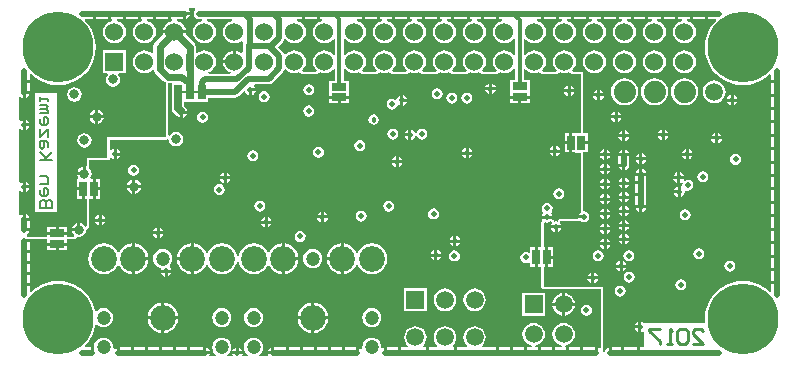
<source format=gbl>
G04 Layer_Physical_Order=4*
G04 Layer_Color=16711680*
%FSAX24Y24*%
%MOIN*%
G70*
G01*
G75*
%ADD11R,0.0250X0.0500*%
%ADD12R,0.0500X0.0250*%
%ADD37C,0.0197*%
%ADD38C,0.0118*%
%ADD40C,0.0079*%
%ADD44C,0.0591*%
%ADD45R,0.0591X0.0591*%
%ADD46R,0.0591X0.0591*%
%ADD47R,0.0600X0.0600*%
%ADD48C,0.0600*%
%ADD49C,0.2362*%
%ADD50C,0.0740*%
%ADD51C,0.0472*%
%ADD52C,0.0860*%
%ADD53C,0.0315*%
%ADD54C,0.0200*%
%ADD55C,0.0180*%
%ADD56C,0.0280*%
%ADD58C,0.0080*%
%ADD59C,0.0250*%
%ADD60C,0.0236*%
%ADD61C,0.0098*%
G36*
X023052Y011373D02*
X023301D01*
X023310Y011350D01*
X023314Y011323D01*
X023189Y011177D01*
X023085Y011007D01*
X023010Y010824D01*
X022963Y010631D01*
X022948Y010433D01*
X022963Y010235D01*
X023010Y010042D01*
X023085Y009859D01*
X023189Y009690D01*
X023318Y009539D01*
X023469Y009410D01*
X023638Y009306D01*
X023822Y009230D01*
X024015Y009184D01*
X024213Y009168D01*
X024410Y009184D01*
X024604Y009230D01*
X024787Y009306D01*
X024956Y009410D01*
X025103Y009535D01*
X025129Y009530D01*
X025153Y009522D01*
Y009331D01*
X025335D01*
Y009232D01*
X025153D01*
Y008889D01*
X025335D01*
Y008789D01*
X025153D01*
Y008446D01*
X025335D01*
Y008346D01*
X025153D01*
Y007993D01*
X025335D01*
Y007893D01*
X025153D01*
Y007550D01*
X025335D01*
Y007450D01*
X025153D01*
Y007097D01*
X025335D01*
Y006997D01*
X025153D01*
Y006654D01*
X025335D01*
Y006554D01*
X025153D01*
Y006202D01*
X025335D01*
Y006102D01*
X025153D01*
Y005759D01*
X025335D01*
Y005659D01*
X025153D01*
Y005306D01*
X025335D01*
Y005206D01*
X025153D01*
Y004863D01*
X025335D01*
Y004763D01*
X025153D01*
Y004410D01*
X025335D01*
Y004310D01*
X025153D01*
Y003967D01*
X025335D01*
Y003867D01*
X025153D01*
Y003515D01*
X025335D01*
Y003415D01*
X025153D01*
Y003072D01*
X025335D01*
Y002972D01*
X025153D01*
Y002629D01*
X025335D01*
Y002529D01*
X025153D01*
Y002289D01*
X025129Y002281D01*
X025103Y002276D01*
X024956Y002401D01*
X024787Y002505D01*
X024604Y002581D01*
X024410Y002627D01*
X024213Y002643D01*
X024015Y002627D01*
X023822Y002581D01*
X023638Y002505D01*
X023469Y002401D01*
X023318Y002272D01*
X023189Y002121D01*
X023085Y001952D01*
X023010Y001769D01*
X022963Y001576D01*
X022948Y001378D01*
X022956Y001268D01*
X022922Y001231D01*
X020958D01*
X020911Y001234D01*
X020906Y001241D01*
X020847Y001281D01*
X020828Y001285D01*
Y001112D01*
Y000940D01*
X020847Y000944D01*
X020865Y000955D01*
X020915Y000929D01*
Y000438D01*
X020770D01*
Y000256D01*
X020670D01*
Y000438D01*
X020237D01*
Y000256D01*
X020137D01*
Y000438D01*
X019834D01*
Y000256D01*
X019734D01*
Y000428D01*
X019714Y000424D01*
X019655Y000385D01*
X019615Y000326D01*
X019607Y000284D01*
X019557Y000289D01*
X019557Y002451D01*
X017569D01*
Y003105D01*
X017631D01*
Y003434D01*
Y003763D01*
X017569D01*
Y004576D01*
X017616Y004604D01*
X017619Y004604D01*
X017687Y004590D01*
X017757Y004604D01*
X017789Y004626D01*
X017833Y004618D01*
X017850Y004573D01*
X017814Y004519D01*
X017810Y004499D01*
X018155D01*
X018151Y004519D01*
X018112Y004576D01*
X018114Y004586D01*
X018129Y004626D01*
X018819Y004626D01*
X018837Y004614D01*
X018907Y004600D01*
X018978Y004614D01*
X019037Y004654D01*
X019077Y004713D01*
X019091Y004783D01*
X019077Y004854D01*
X019037Y004913D01*
X018978Y004953D01*
X018907Y004967D01*
X018888Y004983D01*
Y006925D01*
X019033D01*
Y007204D01*
X018830D01*
Y007304D01*
X019033D01*
Y007583D01*
X018888D01*
Y009616D01*
X018534D01*
X018517Y009666D01*
X018535Y009680D01*
X018596Y009759D01*
X018634Y009852D01*
X018647Y009951D01*
X018634Y010050D01*
X018596Y010142D01*
X018535Y010222D01*
X018455Y010283D01*
X018363Y010321D01*
X018264Y010334D01*
X018165Y010321D01*
X018072Y010283D01*
X017993Y010222D01*
X017932Y010142D01*
X017894Y010050D01*
X017881Y009951D01*
X017894Y009852D01*
X017932Y009759D01*
X017993Y009680D01*
X018011Y009666D01*
X017994Y009616D01*
X017534D01*
X017517Y009666D01*
X017535Y009680D01*
X017596Y009759D01*
X017634Y009852D01*
X017647Y009951D01*
X017634Y010050D01*
X017596Y010142D01*
X017535Y010222D01*
X017455Y010283D01*
X017363Y010321D01*
X017264Y010334D01*
X017165Y010321D01*
X017072Y010283D01*
X016993Y010222D01*
X016962Y010181D01*
X016912Y010198D01*
Y010703D01*
X016962Y010720D01*
X016993Y010680D01*
X017072Y010619D01*
X017165Y010581D01*
X017264Y010568D01*
X017363Y010581D01*
X017455Y010619D01*
X017535Y010680D01*
X017596Y010759D01*
X017634Y010852D01*
X017647Y010951D01*
X017634Y011050D01*
X017596Y011142D01*
X017535Y011222D01*
X017455Y011283D01*
X017363Y011321D01*
X017347Y011323D01*
X017350Y011373D01*
X017489D01*
Y011555D01*
X017589D01*
Y011373D01*
X017981D01*
Y011555D01*
X018082D01*
Y011373D01*
X018178D01*
X018181Y011323D01*
X018165Y011321D01*
X018072Y011283D01*
X017993Y011222D01*
X017932Y011142D01*
X017894Y011050D01*
X017881Y010951D01*
X017894Y010852D01*
X017932Y010759D01*
X017993Y010680D01*
X018072Y010619D01*
X018165Y010581D01*
X018264Y010568D01*
X018363Y010581D01*
X018455Y010619D01*
X018535Y010680D01*
X018596Y010759D01*
X018634Y010852D01*
X018647Y010951D01*
X018634Y011050D01*
X018596Y011142D01*
X018535Y011222D01*
X018455Y011283D01*
X018363Y011321D01*
X018347Y011323D01*
X018350Y011373D01*
X018483D01*
Y011555D01*
X018583D01*
Y011373D01*
X018976D01*
Y011555D01*
X019076D01*
Y011373D01*
X019178D01*
X019181Y011323D01*
X019165Y011321D01*
X019072Y011283D01*
X018993Y011222D01*
X018932Y011142D01*
X018894Y011050D01*
X018881Y010951D01*
X018894Y010852D01*
X018932Y010759D01*
X018993Y010680D01*
X019072Y010619D01*
X019165Y010581D01*
X019264Y010568D01*
X019363Y010581D01*
X019455Y010619D01*
X019535Y010680D01*
X019596Y010759D01*
X019634Y010852D01*
X019647Y010951D01*
X019634Y011050D01*
X019596Y011142D01*
X019535Y011222D01*
X019455Y011283D01*
X019363Y011321D01*
X019347Y011323D01*
X019350Y011373D01*
X019478D01*
Y011555D01*
X019578D01*
Y011373D01*
X019970D01*
Y011555D01*
X020070D01*
Y011373D01*
X020178D01*
X020181Y011323D01*
X020165Y011321D01*
X020072Y011283D01*
X019993Y011222D01*
X019932Y011142D01*
X019894Y011050D01*
X019881Y010951D01*
X019894Y010852D01*
X019932Y010759D01*
X019993Y010680D01*
X020072Y010619D01*
X020165Y010581D01*
X020264Y010568D01*
X020363Y010581D01*
X020455Y010619D01*
X020535Y010680D01*
X020596Y010759D01*
X020634Y010852D01*
X020647Y010951D01*
X020634Y011050D01*
X020596Y011142D01*
X020535Y011222D01*
X020455Y011283D01*
X020363Y011321D01*
X020347Y011323D01*
X020350Y011373D01*
X020472D01*
Y011555D01*
X020572D01*
Y011373D01*
X020964D01*
Y011555D01*
X021064D01*
Y011373D01*
X021178D01*
X021181Y011323D01*
X021165Y011321D01*
X021072Y011283D01*
X020993Y011222D01*
X020932Y011142D01*
X020894Y011050D01*
X020881Y010951D01*
X020894Y010852D01*
X020932Y010759D01*
X020993Y010680D01*
X021072Y010619D01*
X021165Y010581D01*
X021264Y010568D01*
X021363Y010581D01*
X021455Y010619D01*
X021535Y010680D01*
X021596Y010759D01*
X021634Y010852D01*
X021647Y010951D01*
X021634Y011050D01*
X021596Y011142D01*
X021535Y011222D01*
X021455Y011283D01*
X021363Y011321D01*
X021347Y011323D01*
X021350Y011373D01*
X021466D01*
Y011555D01*
X021566D01*
Y011373D01*
X021958D01*
Y011555D01*
X022058D01*
Y011373D01*
X022178D01*
X022181Y011323D01*
X022165Y011321D01*
X022072Y011283D01*
X021993Y011222D01*
X021932Y011142D01*
X021894Y011050D01*
X021881Y010951D01*
X021894Y010852D01*
X021932Y010759D01*
X021993Y010680D01*
X022072Y010619D01*
X022165Y010581D01*
X022264Y010568D01*
X022363Y010581D01*
X022455Y010619D01*
X022535Y010680D01*
X022596Y010759D01*
X022634Y010852D01*
X022647Y010951D01*
X022634Y011050D01*
X022596Y011142D01*
X022535Y011222D01*
X022455Y011283D01*
X022363Y011321D01*
X022347Y011323D01*
X022350Y011373D01*
X022460D01*
Y011555D01*
X022560D01*
Y011373D01*
X022952D01*
Y011555D01*
X023052D01*
Y011373D01*
D02*
G37*
G36*
X016093D02*
X016178D01*
X016181Y011323D01*
X016165Y011321D01*
X016072Y011283D01*
X015993Y011222D01*
X015932Y011142D01*
X015894Y011050D01*
X015881Y010951D01*
X015894Y010852D01*
X015932Y010759D01*
X015993Y010680D01*
X016072Y010619D01*
X016165Y010581D01*
X016264Y010568D01*
X016363Y010581D01*
X016455Y010619D01*
X016535Y010680D01*
X016578Y010736D01*
X016628Y010719D01*
Y010182D01*
X016578Y010165D01*
X016535Y010222D01*
X016455Y010283D01*
X016363Y010321D01*
X016264Y010334D01*
X016165Y010321D01*
X016072Y010283D01*
X015993Y010222D01*
X015932Y010142D01*
X015894Y010050D01*
X015881Y009951D01*
X015894Y009852D01*
X015932Y009759D01*
X015993Y009680D01*
X016011Y009666D01*
X015994Y009616D01*
X015534D01*
X015517Y009666D01*
X015535Y009680D01*
X015596Y009759D01*
X015634Y009852D01*
X015647Y009951D01*
X015634Y010050D01*
X015596Y010142D01*
X015535Y010222D01*
X015455Y010283D01*
X015363Y010321D01*
X015264Y010334D01*
X015165Y010321D01*
X015072Y010283D01*
X014993Y010222D01*
X014932Y010142D01*
X014894Y010050D01*
X014881Y009951D01*
X014894Y009852D01*
X014932Y009759D01*
X014993Y009680D01*
X015011Y009666D01*
X014994Y009616D01*
X014534D01*
X014517Y009666D01*
X014535Y009680D01*
X014596Y009759D01*
X014634Y009852D01*
X014647Y009951D01*
X014634Y010050D01*
X014596Y010142D01*
X014535Y010222D01*
X014455Y010283D01*
X014363Y010321D01*
X014264Y010334D01*
X014165Y010321D01*
X014072Y010283D01*
X013993Y010222D01*
X013932Y010142D01*
X013894Y010050D01*
X013881Y009951D01*
X013894Y009852D01*
X013932Y009759D01*
X013993Y009680D01*
X014011Y009666D01*
X013994Y009616D01*
X013534D01*
X013517Y009666D01*
X013535Y009680D01*
X013596Y009759D01*
X013634Y009852D01*
X013647Y009951D01*
X013634Y010050D01*
X013596Y010142D01*
X013535Y010222D01*
X013455Y010283D01*
X013363Y010321D01*
X013264Y010334D01*
X013165Y010321D01*
X013072Y010283D01*
X012993Y010222D01*
X012932Y010142D01*
X012894Y010050D01*
X012881Y009951D01*
X012894Y009852D01*
X012932Y009759D01*
X012993Y009680D01*
X013011Y009666D01*
X012994Y009616D01*
X012534D01*
X012517Y009666D01*
X012535Y009680D01*
X012596Y009759D01*
X012634Y009852D01*
X012647Y009951D01*
X012634Y010050D01*
X012596Y010142D01*
X012535Y010222D01*
X012455Y010283D01*
X012363Y010321D01*
X012264Y010334D01*
X012165Y010321D01*
X012072Y010283D01*
X011993Y010222D01*
X011932Y010142D01*
X011894Y010050D01*
X011881Y009951D01*
X011894Y009852D01*
X011932Y009759D01*
X011993Y009680D01*
X012011Y009666D01*
X011994Y009616D01*
X011534D01*
X011517Y009666D01*
X011535Y009680D01*
X011596Y009759D01*
X011634Y009852D01*
X011647Y009951D01*
X011634Y010050D01*
X011596Y010142D01*
X011535Y010222D01*
X011455Y010283D01*
X011363Y010321D01*
X011264Y010334D01*
X011165Y010321D01*
X011072Y010283D01*
X010993Y010222D01*
X010952Y010168D01*
X010902Y010185D01*
Y010716D01*
X010952Y010733D01*
X010993Y010680D01*
X011072Y010619D01*
X011165Y010581D01*
X011264Y010568D01*
X011363Y010581D01*
X011455Y010619D01*
X011535Y010680D01*
X011596Y010759D01*
X011634Y010852D01*
X011647Y010951D01*
X011634Y011050D01*
X011596Y011142D01*
X011535Y011222D01*
X011455Y011283D01*
X011363Y011321D01*
X011347Y011323D01*
X011350Y011373D01*
X011515D01*
Y011555D01*
X011615D01*
Y011373D01*
X012017D01*
Y011555D01*
X012117D01*
Y011373D01*
X012178D01*
X012181Y011323D01*
X012165Y011321D01*
X012072Y011283D01*
X011993Y011222D01*
X011932Y011142D01*
X011894Y011050D01*
X011881Y010951D01*
X011894Y010852D01*
X011932Y010759D01*
X011993Y010680D01*
X012072Y010619D01*
X012165Y010581D01*
X012264Y010568D01*
X012363Y010581D01*
X012455Y010619D01*
X012535Y010680D01*
X012596Y010759D01*
X012634Y010852D01*
X012647Y010951D01*
X012634Y011050D01*
X012596Y011142D01*
X012535Y011222D01*
X012455Y011283D01*
X012363Y011321D01*
X012347Y011323D01*
X012350Y011373D01*
X012509D01*
Y011555D01*
X012609D01*
Y011373D01*
X013011D01*
Y011555D01*
X013111D01*
Y011373D01*
X013178D01*
X013181Y011323D01*
X013165Y011321D01*
X013072Y011283D01*
X012993Y011222D01*
X012932Y011142D01*
X012894Y011050D01*
X012881Y010951D01*
X012894Y010852D01*
X012932Y010759D01*
X012993Y010680D01*
X013072Y010619D01*
X013165Y010581D01*
X013264Y010568D01*
X013363Y010581D01*
X013455Y010619D01*
X013535Y010680D01*
X013596Y010759D01*
X013634Y010852D01*
X013647Y010951D01*
X013634Y011050D01*
X013596Y011142D01*
X013535Y011222D01*
X013455Y011283D01*
X013363Y011321D01*
X013347Y011323D01*
X013350Y011373D01*
X013503D01*
Y011555D01*
X013603D01*
Y011373D01*
X014005D01*
Y011555D01*
X014105D01*
Y011373D01*
X014178D01*
X014181Y011323D01*
X014165Y011321D01*
X014072Y011283D01*
X013993Y011222D01*
X013932Y011142D01*
X013894Y011050D01*
X013881Y010951D01*
X013894Y010852D01*
X013932Y010759D01*
X013993Y010680D01*
X014072Y010619D01*
X014165Y010581D01*
X014264Y010568D01*
X014363Y010581D01*
X014455Y010619D01*
X014535Y010680D01*
X014596Y010759D01*
X014634Y010852D01*
X014647Y010951D01*
X014634Y011050D01*
X014596Y011142D01*
X014535Y011222D01*
X014455Y011283D01*
X014363Y011321D01*
X014347Y011323D01*
X014350Y011373D01*
X014497D01*
Y011555D01*
X014597D01*
Y011373D01*
X014999D01*
Y011555D01*
X015099D01*
Y011373D01*
X015178D01*
X015181Y011323D01*
X015165Y011321D01*
X015072Y011283D01*
X014993Y011222D01*
X014932Y011142D01*
X014894Y011050D01*
X014881Y010951D01*
X014894Y010852D01*
X014932Y010759D01*
X014993Y010680D01*
X015072Y010619D01*
X015165Y010581D01*
X015264Y010568D01*
X015363Y010581D01*
X015455Y010619D01*
X015535Y010680D01*
X015596Y010759D01*
X015634Y010852D01*
X015647Y010951D01*
X015634Y011050D01*
X015596Y011142D01*
X015535Y011222D01*
X015455Y011283D01*
X015363Y011321D01*
X015347Y011323D01*
X015350Y011373D01*
X015491D01*
Y011555D01*
X015591D01*
Y011373D01*
X015993D01*
Y011555D01*
X016093D01*
Y011373D01*
D02*
G37*
G36*
X010129D02*
X010178D01*
X010181Y011323D01*
X010165Y011321D01*
X010072Y011283D01*
X009993Y011222D01*
X009932Y011142D01*
X009894Y011050D01*
X009881Y010951D01*
X009894Y010852D01*
X009932Y010759D01*
X009993Y010680D01*
X010072Y010619D01*
X010165Y010581D01*
X010264Y010568D01*
X010363Y010581D01*
X010455Y010619D01*
X010535Y010680D01*
X010568Y010723D01*
X010618Y010706D01*
Y010195D01*
X010568Y010178D01*
X010535Y010222D01*
X010455Y010283D01*
X010363Y010321D01*
X010264Y010334D01*
X010165Y010321D01*
X010072Y010283D01*
X009993Y010222D01*
X009932Y010142D01*
X009894Y010050D01*
X009881Y009951D01*
X009894Y009852D01*
X009932Y009759D01*
X009993Y009680D01*
X010011Y009666D01*
X009994Y009616D01*
X009534D01*
X009517Y009666D01*
X009535Y009680D01*
X009596Y009759D01*
X009634Y009852D01*
X009647Y009951D01*
X009634Y010050D01*
X009596Y010142D01*
X009535Y010222D01*
X009455Y010283D01*
X009363Y010321D01*
X009264Y010334D01*
X009165Y010321D01*
X009072Y010283D01*
X008993Y010222D01*
X008975Y010199D01*
X008921Y010211D01*
X008888Y010260D01*
X008888Y010260D01*
X008704Y010445D01*
X008879Y010619D01*
X008918Y010678D01*
X008921Y010692D01*
X008974Y010704D01*
X008993Y010680D01*
X009072Y010619D01*
X009165Y010581D01*
X009264Y010568D01*
X009363Y010581D01*
X009455Y010619D01*
X009535Y010680D01*
X009596Y010759D01*
X009634Y010852D01*
X009647Y010951D01*
X009634Y011050D01*
X009596Y011142D01*
X009535Y011222D01*
X009455Y011283D01*
X009363Y011321D01*
X009347Y011323D01*
X009350Y011373D01*
X009527D01*
Y011555D01*
X009627D01*
Y011373D01*
X010029D01*
Y011555D01*
X010129D01*
Y011373D01*
D02*
G37*
G36*
X005953Y011704D02*
X005959Y011679D01*
X005923Y011625D01*
X005909Y011555D01*
X005923Y011485D01*
X005963Y011425D01*
X006022Y011386D01*
X006093Y011372D01*
X006101Y011373D01*
X006178D01*
X006181Y011323D01*
X006165Y011321D01*
X006072Y011283D01*
X005993Y011222D01*
X005932Y011142D01*
X005894Y011050D01*
X005881Y010951D01*
X005894Y010852D01*
X005932Y010759D01*
X005993Y010680D01*
X006072Y010619D01*
X006165Y010581D01*
X006264Y010568D01*
X006363Y010581D01*
X006455Y010619D01*
X006535Y010680D01*
X006596Y010759D01*
X006634Y010852D01*
X006647Y010951D01*
X006634Y011050D01*
X006596Y011142D01*
X006535Y011222D01*
X006455Y011283D01*
X006363Y011321D01*
X006347Y011323D01*
X006350Y011373D01*
X006586D01*
X006594Y011372D01*
X006603Y011373D01*
X007079D01*
X007087Y011372D01*
X007095Y011373D01*
X007178D01*
X007181Y011323D01*
X007165Y011321D01*
X007072Y011283D01*
X006993Y011222D01*
X006932Y011142D01*
X006894Y011050D01*
X006881Y010951D01*
X006894Y010852D01*
X006932Y010759D01*
X006993Y010680D01*
X007072Y010619D01*
X007165Y010581D01*
X007264Y010568D01*
X007363Y010581D01*
X007455Y010619D01*
X007489Y010645D01*
X007539Y010620D01*
X007539Y010280D01*
X007489Y010255D01*
X007455Y010282D01*
X007363Y010320D01*
X007314Y010326D01*
Y009951D01*
X007264D01*
Y009901D01*
X006888D01*
X006895Y009852D01*
X006933Y009760D01*
X006994Y009681D01*
X007073Y009620D01*
X007140Y009592D01*
X007130Y009542D01*
X006401D01*
X006391Y009592D01*
X006455Y009619D01*
X006535Y009680D01*
X006596Y009759D01*
X006634Y009852D01*
X006647Y009951D01*
X006634Y010050D01*
X006596Y010142D01*
X006535Y010222D01*
X006455Y010283D01*
X006363Y010321D01*
X006264Y010334D01*
X006165Y010321D01*
X006072Y010283D01*
X006017Y010240D01*
X005967Y010265D01*
Y010450D01*
X005951Y010527D01*
X005907Y010593D01*
X005635Y010866D01*
X005639Y010901D01*
X004888D01*
X004893Y010866D01*
X004623Y010596D01*
X004579Y010530D01*
X004564Y010453D01*
Y010263D01*
X004514Y010238D01*
X004455Y010283D01*
X004363Y010321D01*
X004264Y010334D01*
X004165Y010321D01*
X004072Y010283D01*
X003993Y010222D01*
X003932Y010142D01*
X003894Y010050D01*
X003881Y009951D01*
X003894Y009852D01*
X003932Y009759D01*
X003993Y009680D01*
X004072Y009619D01*
X004165Y009581D01*
X004264Y009568D01*
X004363Y009581D01*
X004455Y009619D01*
X004522Y009670D01*
X004576Y009658D01*
X004579Y009641D01*
X004623Y009576D01*
X004889Y009310D01*
X004954Y009266D01*
X004970Y009263D01*
X004970Y007431D01*
X003819Y007431D01*
X003031Y007431D01*
Y006742D01*
X002343D01*
Y006484D01*
X002310Y006458D01*
Y006220D01*
X002260D01*
Y006170D01*
X002029D01*
X002037Y006128D01*
X002058Y006097D01*
X002032Y006047D01*
X002027D01*
Y005769D01*
X002230D01*
Y005719D01*
X002280D01*
Y005390D01*
X002343D01*
X002343Y004462D01*
X002293Y004453D01*
X002247Y004521D01*
X002169Y004573D01*
X002127Y004581D01*
Y004350D01*
X002077D01*
Y004300D01*
X001846D01*
X001854Y004258D01*
X001906Y004180D01*
X001930Y004164D01*
X001915Y004114D01*
X001679D01*
Y004177D01*
X001350D01*
X001021D01*
Y004114D01*
X000378D01*
X000352Y004132D01*
X000351Y004191D01*
X000385Y004213D01*
X000424Y004272D01*
X000428Y004292D01*
X000256D01*
Y004392D01*
X000432D01*
X000438Y004424D01*
Y004655D01*
X000256D01*
Y004705D01*
X000206D01*
Y004877D01*
X000186Y004873D01*
X000132Y004837D01*
X000110Y004842D01*
X000082Y004856D01*
Y005636D01*
X000110Y005650D01*
X000132Y005655D01*
X000186Y005619D01*
X000206Y005615D01*
Y005787D01*
Y005960D01*
X000186Y005956D01*
X000132Y005919D01*
X000110Y005925D01*
X000082Y005939D01*
Y007382D01*
X000082Y007382D01*
Y007703D01*
X000110Y007717D01*
X000132Y007722D01*
X000186Y007686D01*
X000206Y007682D01*
Y007854D01*
Y008027D01*
X000186Y008023D01*
X000132Y007986D01*
X000110Y007992D01*
X000082Y008005D01*
Y008766D01*
X000110Y008780D01*
X000132Y008785D01*
X000186Y008749D01*
X000206Y008745D01*
Y008917D01*
X000256D01*
Y008967D01*
X000438D01*
Y009232D01*
X000256D01*
Y009331D01*
X000438D01*
Y009522D01*
X000461Y009530D01*
X000488Y009535D01*
X000634Y009410D01*
X000804Y009306D01*
X000987Y009230D01*
X001180Y009184D01*
X001378Y009168D01*
X001576Y009184D01*
X001769Y009230D01*
X001952Y009306D01*
X002121Y009410D01*
X002272Y009539D01*
X002401Y009690D01*
X002505Y009859D01*
X002581Y010042D01*
X002627Y010235D01*
X002643Y010433D01*
X002627Y010631D01*
X002581Y010824D01*
X002505Y011007D01*
X002401Y011177D01*
X002276Y011323D01*
X002281Y011350D01*
X002289Y011373D01*
X002558D01*
Y011555D01*
X002658D01*
Y011373D01*
X003060D01*
Y011555D01*
X003160D01*
Y011373D01*
X003178D01*
X003181Y011323D01*
X003165Y011321D01*
X003072Y011283D01*
X002993Y011222D01*
X002932Y011142D01*
X002894Y011050D01*
X002881Y010951D01*
X002894Y010852D01*
X002932Y010759D01*
X002993Y010680D01*
X003072Y010619D01*
X003165Y010581D01*
X003264Y010568D01*
X003363Y010581D01*
X003455Y010619D01*
X003535Y010680D01*
X003596Y010759D01*
X003634Y010852D01*
X003647Y010951D01*
X003634Y011050D01*
X003596Y011142D01*
X003535Y011222D01*
X003455Y011283D01*
X003363Y011321D01*
X003347Y011323D01*
X003350Y011373D01*
X003562D01*
Y011555D01*
X003662D01*
Y011373D01*
X004054D01*
Y011555D01*
X004154D01*
Y011373D01*
X004178D01*
X004181Y011323D01*
X004165Y011321D01*
X004072Y011283D01*
X003993Y011222D01*
X003932Y011142D01*
X003894Y011050D01*
X003881Y010951D01*
X003894Y010852D01*
X003932Y010759D01*
X003993Y010680D01*
X004072Y010619D01*
X004165Y010581D01*
X004264Y010568D01*
X004363Y010581D01*
X004455Y010619D01*
X004535Y010680D01*
X004596Y010759D01*
X004634Y010852D01*
X004647Y010951D01*
X004634Y011050D01*
X004596Y011142D01*
X004535Y011222D01*
X004455Y011283D01*
X004363Y011321D01*
X004347Y011323D01*
X004350Y011373D01*
X004556D01*
Y011555D01*
X004656D01*
Y011373D01*
X005048D01*
Y011555D01*
X005148D01*
Y011373D01*
X005187D01*
X005191Y011323D01*
X005165Y011320D01*
X005073Y011282D01*
X004994Y011221D01*
X004933Y011142D01*
X004895Y011050D01*
X004888Y011001D01*
X005639D01*
X005633Y011050D01*
X005595Y011142D01*
X005534Y011221D01*
X005455Y011282D01*
X005363Y011320D01*
X005337Y011323D01*
X005340Y011373D01*
X005550D01*
Y011555D01*
X005600D01*
Y011605D01*
X005773D01*
X005769Y011625D01*
X005732Y011679D01*
X005738Y011701D01*
X005752Y011729D01*
X005939D01*
X005953Y011704D01*
D02*
G37*
G36*
X016628Y009719D02*
Y009332D01*
X016440D01*
Y008922D01*
X016441D01*
Y008823D01*
X016770D01*
X017099D01*
Y008922D01*
X017100D01*
Y009332D01*
X016912D01*
Y009703D01*
X016962Y009720D01*
X016993Y009680D01*
X017072Y009619D01*
X017165Y009581D01*
X017264Y009568D01*
X017363Y009581D01*
X017414Y009602D01*
X017459Y009585D01*
X017466Y009574D01*
X017473Y009562D01*
X017475Y009561D01*
X017476Y009558D01*
X017487Y009551D01*
X017498Y009543D01*
X017501Y009542D01*
X017503Y009541D01*
X017516Y009538D01*
X017529Y009535D01*
X017531Y009535D01*
X017534Y009535D01*
X017994D01*
X017996Y009535D01*
X017999Y009535D01*
X018012Y009538D01*
X018025Y009541D01*
X018027Y009542D01*
X018030Y009543D01*
X018040Y009551D01*
X018051Y009558D01*
X018053Y009561D01*
X018055Y009562D01*
X018062Y009574D01*
X018069Y009585D01*
X018114Y009602D01*
X018165Y009581D01*
X018264Y009568D01*
X018363Y009581D01*
X018414Y009602D01*
X018459Y009585D01*
X018466Y009574D01*
X018473Y009562D01*
X018475Y009561D01*
X018476Y009558D01*
X018487Y009551D01*
X018498Y009543D01*
X018501Y009542D01*
X018503Y009541D01*
X018516Y009538D01*
X018529Y009535D01*
X018531Y009535D01*
X018534Y009535D01*
X018806D01*
Y007584D01*
X018625D01*
Y007583D01*
X018525D01*
Y007254D01*
Y006925D01*
X018625D01*
Y006924D01*
X018806D01*
Y004983D01*
X018807Y004979D01*
X018807Y004975D01*
X018810Y004964D01*
X018812Y004952D01*
X018815Y004949D01*
X018816Y004945D01*
X018815Y004936D01*
X018779Y004912D01*
X018739Y004853D01*
X018735Y004833D01*
X018907D01*
Y004733D01*
X018711D01*
X018689Y004708D01*
X018129Y004708D01*
X018127Y004707D01*
X018125Y004707D01*
X018112Y004704D01*
X018098Y004701D01*
X018096Y004700D01*
X018095Y004700D01*
X018083Y004692D01*
X018071Y004684D01*
X018070Y004682D01*
X018069Y004681D01*
X018061Y004669D01*
X018054Y004657D01*
X018053Y004656D01*
X018052Y004654D01*
X018040Y004621D01*
X017982Y004632D01*
X017919Y004620D01*
X017909Y004647D01*
X017903Y004656D01*
X017899Y004666D01*
X017895Y004670D01*
X017892Y004674D01*
X017884Y004680D01*
X017876Y004688D01*
X017855Y004704D01*
X017859Y004724D01*
X017515D01*
X017519Y004704D01*
X017529Y004688D01*
X017511Y004634D01*
X017508Y004629D01*
X017504Y004625D01*
X017499Y004616D01*
X017494Y004607D01*
X017492Y004602D01*
X017490Y004596D01*
X017489Y004586D01*
X017487Y004576D01*
Y003764D01*
X017476D01*
Y003763D01*
X017377D01*
Y003434D01*
Y003105D01*
X017476D01*
Y003104D01*
X017487D01*
Y002451D01*
X017494Y002420D01*
X017511Y002393D01*
X017538Y002375D01*
X017569Y002369D01*
X019476D01*
X019476Y000421D01*
X019426Y000397D01*
X019385Y000424D01*
X019365Y000428D01*
Y000256D01*
X019265D01*
Y000438D01*
X018897D01*
Y000256D01*
X018797D01*
Y000438D01*
X018429D01*
Y000256D01*
X018329D01*
Y000438D01*
X018284D01*
X018281Y000488D01*
X018332Y000495D01*
X018424Y000532D01*
X018502Y000593D01*
X018562Y000671D01*
X018600Y000762D01*
X018613Y000860D01*
X018600Y000958D01*
X018562Y001049D01*
X018502Y001128D01*
X018424Y001188D01*
X018332Y001226D01*
X018234Y001239D01*
X018136Y001226D01*
X018045Y001188D01*
X017967Y001128D01*
X017906Y001049D01*
X017869Y000958D01*
X017856Y000860D01*
X017869Y000762D01*
X017906Y000671D01*
X017967Y000593D01*
X018045Y000532D01*
X018136Y000495D01*
X018188Y000488D01*
X018185Y000438D01*
X017961D01*
Y000256D01*
X017861D01*
Y000438D01*
X017493D01*
Y000256D01*
X017393D01*
Y000438D01*
X017284D01*
X017281Y000488D01*
X017332Y000495D01*
X017424Y000532D01*
X017502Y000593D01*
X017562Y000671D01*
X017600Y000762D01*
X017613Y000860D01*
X017600Y000958D01*
X017562Y001049D01*
X017502Y001128D01*
X017424Y001188D01*
X017332Y001226D01*
X017234Y001239D01*
X017136Y001226D01*
X017045Y001188D01*
X016967Y001128D01*
X016906Y001049D01*
X016869Y000958D01*
X016856Y000860D01*
X016869Y000762D01*
X016906Y000671D01*
X016967Y000593D01*
X017045Y000532D01*
X017136Y000495D01*
X017188Y000488D01*
X017185Y000438D01*
X017025D01*
Y000256D01*
X016925D01*
Y000438D01*
X016556D01*
Y000256D01*
X016456D01*
Y000438D01*
X016088D01*
Y000256D01*
X015988D01*
Y000438D01*
X015543D01*
X015527Y000485D01*
X015533Y000490D01*
X015594Y000569D01*
X015631Y000660D01*
X015644Y000758D01*
X015631Y000856D01*
X015594Y000947D01*
X015533Y001026D01*
X015455Y001086D01*
X015364Y001123D01*
X015266Y001136D01*
X015168Y001123D01*
X015076Y001086D01*
X014998Y001026D01*
X014938Y000947D01*
X014900Y000856D01*
X014887Y000758D01*
X014900Y000660D01*
X014938Y000569D01*
X014998Y000490D01*
X015005Y000485D01*
X014989Y000438D01*
X014684D01*
Y000256D01*
X014584D01*
Y000438D01*
X014559D01*
X014543Y000485D01*
X014549Y000490D01*
X014609Y000569D01*
X014647Y000660D01*
X014660Y000758D01*
X014647Y000856D01*
X014609Y000947D01*
X014549Y001026D01*
X014471Y001086D01*
X014379Y001123D01*
X014282Y001136D01*
X014184Y001123D01*
X014092Y001086D01*
X014014Y001026D01*
X013954Y000947D01*
X013916Y000856D01*
X013903Y000758D01*
X013916Y000660D01*
X013954Y000569D01*
X014014Y000490D01*
X014020Y000485D01*
X014004Y000438D01*
X013747D01*
Y000256D01*
X013647D01*
Y000438D01*
X013574D01*
X013558Y000485D01*
X013565Y000490D01*
X013625Y000569D01*
X013663Y000660D01*
X013676Y000758D01*
X013663Y000856D01*
X013625Y000947D01*
X013565Y001026D01*
X013486Y001086D01*
X013395Y001123D01*
X013297Y001136D01*
X013199Y001123D01*
X013108Y001086D01*
X013030Y001026D01*
X012969Y000947D01*
X012932Y000856D01*
X012919Y000758D01*
X012932Y000660D01*
X012969Y000569D01*
X013030Y000490D01*
X013036Y000485D01*
X013020Y000438D01*
X012811D01*
Y000256D01*
X012711D01*
Y000438D01*
X012343D01*
Y000256D01*
X012243D01*
Y000428D01*
X012223Y000424D01*
X012207Y000414D01*
X012181Y000424D01*
X012158Y000441D01*
X012149Y000516D01*
X012117Y000592D01*
X012066Y000659D01*
X012000Y000709D01*
X011923Y000741D01*
X011841Y000752D01*
X011758Y000741D01*
X011681Y000709D01*
X011615Y000659D01*
X011564Y000592D01*
X011532Y000516D01*
X011522Y000433D01*
X011524Y000414D01*
X011508Y000402D01*
X011477Y000390D01*
X011426Y000424D01*
X011406Y000428D01*
Y000256D01*
X011306D01*
Y000438D01*
X010938D01*
Y000256D01*
X010838D01*
Y000438D01*
X010470D01*
Y000256D01*
X010370D01*
Y000438D01*
X010002D01*
Y000256D01*
X009902D01*
Y000438D01*
X009533D01*
Y000256D01*
X009433D01*
Y000438D01*
X009065D01*
Y000256D01*
X008965D01*
Y000438D01*
X008597D01*
Y000256D01*
X008547D01*
Y000206D01*
X008375D01*
X008379Y000186D01*
X008386Y000175D01*
X008363Y000131D01*
X008111D01*
X008094Y000181D01*
X008129Y000208D01*
X008180Y000274D01*
X008212Y000350D01*
X008222Y000433D01*
X008212Y000516D01*
X008180Y000592D01*
X008129Y000659D01*
X008063Y000709D01*
X007986Y000741D01*
X007904Y000752D01*
X007821Y000741D01*
X007744Y000709D01*
X007678Y000659D01*
X007627Y000592D01*
X007595Y000516D01*
X007585Y000433D01*
X007595Y000350D01*
X007627Y000274D01*
X007678Y000208D01*
X007713Y000181D01*
X007696Y000131D01*
X007547D01*
X007523Y000175D01*
X007531Y000186D01*
X007534Y000206D01*
X007190D01*
X007194Y000186D01*
X007201Y000175D01*
X007178Y000131D01*
X007048D01*
X007031Y000181D01*
X007066Y000208D01*
X007117Y000274D01*
X007149Y000350D01*
X007159Y000433D01*
X007149Y000516D01*
X007117Y000592D01*
X007066Y000659D01*
X007000Y000709D01*
X006923Y000741D01*
X006841Y000752D01*
X006758Y000741D01*
X006681Y000709D01*
X006615Y000659D01*
X006564Y000592D01*
X006532Y000516D01*
X006522Y000433D01*
X006532Y000350D01*
X006564Y000274D01*
X006615Y000208D01*
X006650Y000181D01*
X006633Y000131D01*
X006454D01*
X006431Y000175D01*
X006438Y000186D01*
X006442Y000206D01*
X006270D01*
Y000256D01*
X006220D01*
Y000435D01*
X006206Y000438D01*
X005788D01*
Y000256D01*
X005688D01*
Y000438D01*
X005320D01*
Y000256D01*
X005220D01*
Y000438D01*
X004852D01*
Y000256D01*
X004752D01*
Y000438D01*
X004383D01*
Y000256D01*
X004283D01*
Y000438D01*
X003915D01*
Y000256D01*
X003815D01*
Y000438D01*
X003447D01*
Y000256D01*
X003347D01*
Y000428D01*
X003327Y000424D01*
X003268Y000385D01*
X003266Y000382D01*
X003218Y000400D01*
X003222Y000433D01*
X003212Y000516D01*
X003180Y000592D01*
X003129Y000659D01*
X003063Y000709D01*
X002986Y000741D01*
X002904Y000752D01*
X002821Y000741D01*
X002744Y000709D01*
X002678Y000659D01*
X002627Y000592D01*
X002595Y000516D01*
X002590Y000475D01*
X002570Y000460D01*
Y000256D01*
X002470D01*
Y000438D01*
X002289D01*
X002281Y000461D01*
X002276Y000488D01*
X002401Y000634D01*
X002505Y000804D01*
X002581Y000987D01*
X002627Y001177D01*
X002642Y001185D01*
X002675Y001195D01*
X002678Y001192D01*
X002744Y001141D01*
X002821Y001109D01*
X002904Y001098D01*
X002986Y001109D01*
X003063Y001141D01*
X003129Y001192D01*
X003180Y001258D01*
X003212Y001335D01*
X003222Y001417D01*
X003212Y001500D01*
X003180Y001577D01*
X003129Y001643D01*
X003063Y001694D01*
X002986Y001725D01*
X002904Y001736D01*
X002821Y001725D01*
X002744Y001694D01*
X002678Y001643D01*
X002666Y001628D01*
X002612Y001639D01*
X002581Y001769D01*
X002505Y001952D01*
X002401Y002121D01*
X002272Y002272D01*
X002121Y002401D01*
X001952Y002505D01*
X001769Y002581D01*
X001576Y002627D01*
X001378Y002643D01*
X001180Y002627D01*
X000987Y002581D01*
X000804Y002505D01*
X000634Y002401D01*
X000488Y002276D01*
X000461Y002281D01*
X000438Y002289D01*
Y002478D01*
X000256D01*
Y002578D01*
X000438D01*
Y002841D01*
X000256D01*
Y002941D01*
X000438D01*
Y003204D01*
X000256D01*
Y003304D01*
X000438D01*
Y003566D01*
X000256D01*
Y003666D01*
X000438D01*
Y003929D01*
X000256D01*
Y004029D01*
X000464D01*
X000467Y004033D01*
X001020D01*
Y004022D01*
X001021D01*
Y003923D01*
X001350D01*
X001679D01*
Y004022D01*
X001680D01*
Y004033D01*
X001915D01*
X001919Y004033D01*
X001923Y004033D01*
X001935Y004036D01*
X001946Y004039D01*
X001950Y004041D01*
X001954Y004042D01*
X001963Y004050D01*
X001973Y004056D01*
X001975Y004060D01*
X001978Y004062D01*
X001984Y004073D01*
X001990Y004083D01*
X001991Y004087D01*
X001993Y004090D01*
X002003Y004123D01*
X002077Y004108D01*
X002169Y004127D01*
X002248Y004179D01*
X002300Y004258D01*
X002319Y004350D01*
X002338Y004378D01*
X002357Y004382D01*
X002365Y004385D01*
X002374Y004387D01*
X002380Y004391D01*
X002387Y004394D01*
X002393Y004400D01*
X002400Y004404D01*
X002404Y004411D01*
X002410Y004416D01*
X002413Y004424D01*
X002418Y004431D01*
X002419Y004438D01*
X002422Y004445D01*
X002422Y004454D01*
X002424Y004462D01*
X002424Y005389D01*
X002435D01*
Y005390D01*
X002535D01*
Y005719D01*
Y006047D01*
X002490D01*
X002463Y006097D01*
X002484Y006128D01*
X002502Y006220D01*
X002484Y006313D01*
X002431Y006392D01*
X002426Y006398D01*
X002414Y006446D01*
X002416Y006450D01*
X002418Y006453D01*
X002420Y006465D01*
X002424Y006476D01*
X002423Y006480D01*
X002424Y006484D01*
Y006661D01*
X003031D01*
X003063Y006667D01*
X003089Y006684D01*
X003107Y006711D01*
X003110Y006725D01*
X003146Y006737D01*
X003158Y006739D01*
X003162Y006739D01*
X003218Y006702D01*
X003237Y006698D01*
Y006870D01*
Y007042D01*
X003218Y007038D01*
X003163Y007002D01*
X003141Y007007D01*
X003113Y007021D01*
Y007350D01*
X003819Y007350D01*
X004970Y007350D01*
X005002Y007356D01*
X005026Y007372D01*
X005043Y007368D01*
X005076Y007355D01*
X005091Y007279D01*
X005144Y007201D01*
X005222Y007148D01*
X005315Y007130D01*
X005408Y007148D01*
X005486Y007201D01*
X005539Y007279D01*
X005557Y007372D01*
X005539Y007465D01*
X005486Y007543D01*
X005408Y007596D01*
X005315Y007614D01*
X005222Y007596D01*
X005144Y007543D01*
X005102Y007481D01*
X005052Y007496D01*
X005052Y009251D01*
X005174D01*
Y008964D01*
X005168Y008937D01*
Y008402D01*
X005168Y008402D01*
X005184Y008322D01*
X005229Y008254D01*
X005334Y008149D01*
X005402Y008104D01*
X005414Y008102D01*
X005432Y008090D01*
X005452Y008086D01*
Y008258D01*
X005502D01*
Y008308D01*
X005689D01*
X005675Y008377D01*
X005630Y008445D01*
X005586Y008489D01*
Y008607D01*
X006376D01*
Y008755D01*
X007283D01*
X007283Y008755D01*
X007353Y008769D01*
X007412Y008808D01*
X007577Y008973D01*
X007624Y008958D01*
X007627Y008946D01*
X007666Y008887D01*
X007726Y008847D01*
X007745Y008843D01*
Y009016D01*
X007795D01*
Y009066D01*
X007968D01*
X007964Y009085D01*
X007924Y009145D01*
X007919Y009148D01*
X007934Y009198D01*
X008406D01*
X008406Y009198D01*
X008475Y009212D01*
X008534Y009251D01*
X008888Y009606D01*
X008888Y009606D01*
X008928Y009665D01*
X008931Y009679D01*
X008984Y009691D01*
X008993Y009680D01*
X009072Y009619D01*
X009165Y009581D01*
X009264Y009568D01*
X009363Y009581D01*
X009414Y009602D01*
X009459Y009585D01*
X009466Y009574D01*
X009473Y009562D01*
X009475Y009561D01*
X009476Y009558D01*
X009487Y009551D01*
X009498Y009543D01*
X009501Y009542D01*
X009503Y009541D01*
X009516Y009538D01*
X009529Y009535D01*
X009531Y009535D01*
X009534Y009535D01*
X009994D01*
X009996Y009535D01*
X009999Y009535D01*
X010012Y009538D01*
X010025Y009541D01*
X010027Y009542D01*
X010030Y009543D01*
X010040Y009551D01*
X010051Y009558D01*
X010053Y009561D01*
X010055Y009562D01*
X010062Y009574D01*
X010069Y009585D01*
X010114Y009602D01*
X010165Y009581D01*
X010264Y009568D01*
X010363Y009581D01*
X010455Y009619D01*
X010535Y009680D01*
X010568Y009723D01*
X010618Y009706D01*
Y009322D01*
X010430D01*
Y008912D01*
X010431D01*
Y008813D01*
X010760D01*
X011089D01*
Y008912D01*
X011090D01*
Y009322D01*
X010902D01*
Y009716D01*
X010952Y009733D01*
X010993Y009680D01*
X011072Y009619D01*
X011165Y009581D01*
X011264Y009568D01*
X011363Y009581D01*
X011414Y009602D01*
X011459Y009585D01*
X011466Y009574D01*
X011473Y009562D01*
X011475Y009561D01*
X011476Y009558D01*
X011487Y009551D01*
X011498Y009543D01*
X011501Y009542D01*
X011503Y009541D01*
X011516Y009538D01*
X011529Y009535D01*
X011531Y009535D01*
X011534Y009535D01*
X011994D01*
X011996Y009535D01*
X011999Y009535D01*
X012012Y009538D01*
X012025Y009541D01*
X012027Y009542D01*
X012030Y009543D01*
X012040Y009551D01*
X012051Y009558D01*
X012053Y009561D01*
X012055Y009562D01*
X012062Y009574D01*
X012069Y009585D01*
X012114Y009602D01*
X012165Y009581D01*
X012264Y009568D01*
X012363Y009581D01*
X012414Y009602D01*
X012459Y009585D01*
X012466Y009574D01*
X012473Y009562D01*
X012475Y009561D01*
X012476Y009558D01*
X012487Y009551D01*
X012498Y009543D01*
X012501Y009542D01*
X012503Y009541D01*
X012516Y009538D01*
X012529Y009535D01*
X012531Y009535D01*
X012534Y009535D01*
X012994D01*
X012996Y009535D01*
X012999Y009535D01*
X013012Y009538D01*
X013025Y009541D01*
X013027Y009542D01*
X013030Y009543D01*
X013040Y009551D01*
X013051Y009558D01*
X013053Y009561D01*
X013055Y009562D01*
X013062Y009574D01*
X013069Y009585D01*
X013114Y009602D01*
X013165Y009581D01*
X013264Y009568D01*
X013363Y009581D01*
X013414Y009602D01*
X013459Y009585D01*
X013466Y009574D01*
X013473Y009562D01*
X013475Y009561D01*
X013476Y009558D01*
X013487Y009551D01*
X013498Y009543D01*
X013501Y009542D01*
X013503Y009541D01*
X013516Y009538D01*
X013529Y009535D01*
X013531Y009535D01*
X013534Y009535D01*
X013994D01*
X013996Y009535D01*
X013999Y009535D01*
X014012Y009538D01*
X014025Y009541D01*
X014027Y009542D01*
X014030Y009543D01*
X014040Y009551D01*
X014051Y009558D01*
X014053Y009561D01*
X014055Y009562D01*
X014062Y009574D01*
X014069Y009585D01*
X014114Y009602D01*
X014165Y009581D01*
X014264Y009568D01*
X014363Y009581D01*
X014414Y009602D01*
X014459Y009585D01*
X014466Y009574D01*
X014473Y009562D01*
X014475Y009561D01*
X014476Y009558D01*
X014487Y009551D01*
X014498Y009543D01*
X014501Y009542D01*
X014503Y009541D01*
X014516Y009538D01*
X014529Y009535D01*
X014531Y009535D01*
X014534Y009535D01*
X014994D01*
X014996Y009535D01*
X014999Y009535D01*
X015012Y009538D01*
X015025Y009541D01*
X015027Y009542D01*
X015030Y009543D01*
X015040Y009551D01*
X015051Y009558D01*
X015053Y009561D01*
X015055Y009562D01*
X015062Y009574D01*
X015069Y009585D01*
X015114Y009602D01*
X015165Y009581D01*
X015264Y009568D01*
X015363Y009581D01*
X015414Y009602D01*
X015459Y009585D01*
X015466Y009574D01*
X015473Y009562D01*
X015475Y009561D01*
X015476Y009558D01*
X015487Y009551D01*
X015498Y009543D01*
X015501Y009542D01*
X015503Y009541D01*
X015516Y009538D01*
X015529Y009535D01*
X015531Y009535D01*
X015534Y009535D01*
X015994D01*
X015996Y009535D01*
X015999Y009535D01*
X016012Y009538D01*
X016025Y009541D01*
X016027Y009542D01*
X016030Y009543D01*
X016040Y009551D01*
X016051Y009558D01*
X016053Y009561D01*
X016055Y009562D01*
X016062Y009574D01*
X016069Y009585D01*
X016114Y009602D01*
X016165Y009581D01*
X016264Y009568D01*
X016363Y009581D01*
X016455Y009619D01*
X016535Y009680D01*
X016578Y009736D01*
X016628Y009719D01*
D02*
G37*
%LPC*%
G36*
X022264Y010334D02*
X022165Y010321D01*
X022072Y010283D01*
X021993Y010222D01*
X021932Y010142D01*
X021894Y010050D01*
X021881Y009951D01*
X021894Y009852D01*
X021932Y009759D01*
X021993Y009680D01*
X022072Y009619D01*
X022165Y009581D01*
X022264Y009568D01*
X022363Y009581D01*
X022455Y009619D01*
X022535Y009680D01*
X022596Y009759D01*
X022634Y009852D01*
X022647Y009951D01*
X022634Y010050D01*
X022596Y010142D01*
X022535Y010222D01*
X022455Y010283D01*
X022363Y010321D01*
X022264Y010334D01*
D02*
G37*
G36*
X021264D02*
X021165Y010321D01*
X021072Y010283D01*
X020993Y010222D01*
X020932Y010142D01*
X020894Y010050D01*
X020881Y009951D01*
X020894Y009852D01*
X020932Y009759D01*
X020993Y009680D01*
X021072Y009619D01*
X021165Y009581D01*
X021264Y009568D01*
X021363Y009581D01*
X021455Y009619D01*
X021535Y009680D01*
X021596Y009759D01*
X021634Y009852D01*
X021647Y009951D01*
X021634Y010050D01*
X021596Y010142D01*
X021535Y010222D01*
X021455Y010283D01*
X021363Y010321D01*
X021264Y010334D01*
D02*
G37*
G36*
X020264D02*
X020165Y010321D01*
X020072Y010283D01*
X019993Y010222D01*
X019932Y010142D01*
X019894Y010050D01*
X019881Y009951D01*
X019894Y009852D01*
X019932Y009759D01*
X019993Y009680D01*
X020072Y009619D01*
X020165Y009581D01*
X020264Y009568D01*
X020363Y009581D01*
X020455Y009619D01*
X020535Y009680D01*
X020596Y009759D01*
X020634Y009852D01*
X020647Y009951D01*
X020634Y010050D01*
X020596Y010142D01*
X020535Y010222D01*
X020455Y010283D01*
X020363Y010321D01*
X020264Y010334D01*
D02*
G37*
G36*
X019264D02*
X019165Y010321D01*
X019072Y010283D01*
X018993Y010222D01*
X018932Y010142D01*
X018894Y010050D01*
X018881Y009951D01*
X018894Y009852D01*
X018932Y009759D01*
X018993Y009680D01*
X019072Y009619D01*
X019165Y009581D01*
X019264Y009568D01*
X019363Y009581D01*
X019455Y009619D01*
X019535Y009680D01*
X019596Y009759D01*
X019634Y009852D01*
X019647Y009951D01*
X019634Y010050D01*
X019596Y010142D01*
X019535Y010222D01*
X019455Y010283D01*
X019363Y010321D01*
X019264Y010334D01*
D02*
G37*
G36*
X019447Y009016D02*
Y008894D01*
X019569D01*
X019565Y008914D01*
X019526Y008973D01*
X019466Y009012D01*
X019447Y009016D01*
D02*
G37*
G36*
X019347D02*
X019327Y009012D01*
X019268Y008973D01*
X019228Y008914D01*
X019224Y008894D01*
X019347D01*
Y009016D01*
D02*
G37*
G36*
X023910Y008842D02*
Y008720D01*
X024032D01*
X024028Y008740D01*
X023989Y008799D01*
X023930Y008838D01*
X023910Y008842D01*
D02*
G37*
G36*
X023810D02*
X023790Y008838D01*
X023731Y008799D01*
X023692Y008740D01*
X023688Y008720D01*
X023810D01*
Y008842D01*
D02*
G37*
G36*
X019569Y008794D02*
X019447D01*
Y008672D01*
X019466Y008676D01*
X019526Y008715D01*
X019565Y008774D01*
X019569Y008794D01*
D02*
G37*
G36*
X019347D02*
X019224D01*
X019228Y008774D01*
X019268Y008715D01*
X019327Y008676D01*
X019347Y008672D01*
Y008794D01*
D02*
G37*
G36*
X023258Y009325D02*
X023160Y009312D01*
X023069Y009275D01*
X022990Y009215D01*
X022930Y009136D01*
X022892Y009045D01*
X022879Y008947D01*
X022892Y008849D01*
X022930Y008758D01*
X022990Y008679D01*
X023069Y008619D01*
X023160Y008581D01*
X023258Y008568D01*
X023356Y008581D01*
X023447Y008619D01*
X023526Y008679D01*
X023586Y008758D01*
X023623Y008849D01*
X023636Y008947D01*
X023623Y009045D01*
X023586Y009136D01*
X023526Y009215D01*
X023447Y009275D01*
X023356Y009312D01*
X023258Y009325D01*
D02*
G37*
G36*
X024032Y008620D02*
X023910D01*
Y008498D01*
X023930Y008502D01*
X023989Y008541D01*
X024028Y008600D01*
X024032Y008620D01*
D02*
G37*
G36*
X023810D02*
X023688D01*
X023692Y008600D01*
X023731Y008541D01*
X023790Y008502D01*
X023810Y008498D01*
Y008620D01*
D02*
G37*
G36*
X022266Y009401D02*
X022148Y009385D01*
X022039Y009340D01*
X021945Y009268D01*
X021873Y009174D01*
X021827Y009064D01*
X021812Y008947D01*
X021827Y008829D01*
X021873Y008720D01*
X021945Y008626D01*
X022039Y008554D01*
X022148Y008508D01*
X022266Y008493D01*
X022383Y008508D01*
X022493Y008554D01*
X022587Y008626D01*
X022659Y008720D01*
X022704Y008829D01*
X022720Y008947D01*
X022704Y009064D01*
X022659Y009174D01*
X022587Y009268D01*
X022493Y009340D01*
X022383Y009385D01*
X022266Y009401D01*
D02*
G37*
G36*
X021266D02*
X021148Y009385D01*
X021039Y009340D01*
X020945Y009268D01*
X020873Y009174D01*
X020827Y009064D01*
X020812Y008947D01*
X020827Y008829D01*
X020873Y008720D01*
X020945Y008626D01*
X021039Y008554D01*
X021148Y008508D01*
X021266Y008493D01*
X021383Y008508D01*
X021493Y008554D01*
X021587Y008626D01*
X021659Y008720D01*
X021704Y008829D01*
X021720Y008947D01*
X021704Y009064D01*
X021659Y009174D01*
X021587Y009268D01*
X021493Y009340D01*
X021383Y009385D01*
X021266Y009401D01*
D02*
G37*
G36*
X020266D02*
X020148Y009385D01*
X020039Y009340D01*
X019945Y009268D01*
X019873Y009174D01*
X019827Y009064D01*
X019812Y008947D01*
X019827Y008829D01*
X019873Y008720D01*
X019945Y008626D01*
X020039Y008554D01*
X020148Y008508D01*
X020266Y008493D01*
X020383Y008508D01*
X020493Y008554D01*
X020587Y008626D01*
X020659Y008720D01*
X020704Y008829D01*
X020720Y008947D01*
X020704Y009064D01*
X020659Y009174D01*
X020587Y009268D01*
X020493Y009340D01*
X020383Y009385D01*
X020266Y009401D01*
D02*
G37*
G36*
X020040Y008283D02*
Y008160D01*
X020162D01*
X020159Y008180D01*
X020119Y008239D01*
X020060Y008279D01*
X020040Y008283D01*
D02*
G37*
G36*
X019940D02*
X019920Y008279D01*
X019861Y008239D01*
X019822Y008180D01*
X019818Y008160D01*
X019940D01*
Y008283D01*
D02*
G37*
G36*
X020162Y008060D02*
X020040D01*
Y007938D01*
X020060Y007942D01*
X020119Y007981D01*
X020159Y008040D01*
X020162Y008060D01*
D02*
G37*
G36*
X019940D02*
X019818D01*
X019822Y008040D01*
X019861Y007981D01*
X019920Y007942D01*
X019940Y007938D01*
Y008060D01*
D02*
G37*
G36*
X021605Y007682D02*
Y007560D01*
X021727D01*
X021723Y007580D01*
X021684Y007639D01*
X021625Y007678D01*
X021605Y007682D01*
D02*
G37*
G36*
X021505D02*
X021485Y007678D01*
X021426Y007639D01*
X021387Y007580D01*
X021383Y007560D01*
X021505D01*
Y007682D01*
D02*
G37*
G36*
X020286Y007662D02*
Y007540D01*
X020409D01*
X020405Y007560D01*
X020365Y007619D01*
X020306Y007659D01*
X020286Y007662D01*
D02*
G37*
G36*
X020186D02*
X020166Y007659D01*
X020107Y007619D01*
X020068Y007560D01*
X020064Y007540D01*
X020186D01*
Y007662D01*
D02*
G37*
G36*
X023382Y007582D02*
Y007460D01*
X023504D01*
X023500Y007480D01*
X023460Y007539D01*
X023401Y007578D01*
X023382Y007582D01*
D02*
G37*
G36*
X023282D02*
X023262Y007578D01*
X023203Y007539D01*
X023163Y007480D01*
X023159Y007460D01*
X023282D01*
Y007582D01*
D02*
G37*
G36*
X021727Y007460D02*
X021605D01*
Y007338D01*
X021625Y007341D01*
X021684Y007381D01*
X021723Y007440D01*
X021727Y007460D01*
D02*
G37*
G36*
X021505D02*
X021383D01*
X021387Y007440D01*
X021426Y007381D01*
X021485Y007341D01*
X021505Y007338D01*
Y007460D01*
D02*
G37*
G36*
X020409Y007440D02*
X020286D01*
Y007318D01*
X020306Y007322D01*
X020365Y007361D01*
X020405Y007420D01*
X020409Y007440D01*
D02*
G37*
G36*
X020186D02*
X020064D01*
X020068Y007420D01*
X020107Y007361D01*
X020166Y007322D01*
X020186Y007318D01*
Y007440D01*
D02*
G37*
G36*
X023504Y007360D02*
X023382D01*
Y007238D01*
X023401Y007242D01*
X023460Y007281D01*
X023500Y007340D01*
X023504Y007360D01*
D02*
G37*
G36*
X023282D02*
X023159D01*
X023163Y007340D01*
X023203Y007281D01*
X023262Y007242D01*
X023282Y007238D01*
Y007360D01*
D02*
G37*
G36*
X022412Y007042D02*
Y006920D01*
X022534D01*
X022531Y006940D01*
X022491Y006999D01*
X022432Y007038D01*
X022412Y007042D01*
D02*
G37*
G36*
X022312D02*
X022292Y007038D01*
X022233Y006999D01*
X022194Y006940D01*
X022190Y006920D01*
X022312D01*
Y007042D01*
D02*
G37*
G36*
X019668Y007033D02*
Y006910D01*
X019790D01*
X019786Y006930D01*
X019747Y006989D01*
X019687Y007029D01*
X019668Y007033D01*
D02*
G37*
G36*
X019568D02*
X019548Y007029D01*
X019489Y006989D01*
X019449Y006930D01*
X019445Y006910D01*
X019568D01*
Y007033D01*
D02*
G37*
G36*
X020288Y007013D02*
Y006891D01*
X020410D01*
X020406Y006910D01*
X020367Y006969D01*
X020308Y007009D01*
X020288Y007013D01*
D02*
G37*
G36*
X020188D02*
X020168Y007009D01*
X020109Y006969D01*
X020069Y006910D01*
X020066Y006891D01*
X020188D01*
Y007013D01*
D02*
G37*
G36*
X020857Y006895D02*
Y006772D01*
X020979D01*
X020975Y006792D01*
X020936Y006851D01*
X020877Y006891D01*
X020857Y006895D01*
D02*
G37*
G36*
X020757D02*
X020737Y006891D01*
X020678Y006851D01*
X020639Y006792D01*
X020635Y006772D01*
X020757D01*
Y006895D01*
D02*
G37*
G36*
X022534Y006820D02*
X022412D01*
Y006698D01*
X022432Y006702D01*
X022491Y006741D01*
X022531Y006800D01*
X022534Y006820D01*
D02*
G37*
G36*
X022312D02*
X022190D01*
X022194Y006800D01*
X022233Y006741D01*
X022292Y006702D01*
X022312Y006698D01*
Y006820D01*
D02*
G37*
G36*
X019790Y006810D02*
X019668D01*
Y006688D01*
X019687Y006692D01*
X019747Y006731D01*
X019786Y006790D01*
X019790Y006810D01*
D02*
G37*
G36*
X019568D02*
X019445D01*
X019449Y006790D01*
X019489Y006731D01*
X019548Y006692D01*
X019568Y006688D01*
Y006810D01*
D02*
G37*
G36*
X020979Y006672D02*
X020857D01*
Y006550D01*
X020877Y006554D01*
X020936Y006594D01*
X020975Y006653D01*
X020979Y006672D01*
D02*
G37*
G36*
X020757D02*
X020635D01*
X020639Y006653D01*
X020678Y006594D01*
X020737Y006554D01*
X020757Y006550D01*
Y006672D01*
D02*
G37*
G36*
X023967Y006876D02*
X023896Y006862D01*
X023837Y006823D01*
X023797Y006763D01*
X023783Y006693D01*
X023797Y006623D01*
X023837Y006563D01*
X023896Y006523D01*
X023967Y006509D01*
X024037Y006523D01*
X024096Y006563D01*
X024136Y006623D01*
X024150Y006693D01*
X024136Y006763D01*
X024096Y006823D01*
X024037Y006862D01*
X023967Y006876D01*
D02*
G37*
G36*
X019669Y006536D02*
Y006413D01*
X019792D01*
X019788Y006433D01*
X019748Y006492D01*
X019689Y006532D01*
X019669Y006536D01*
D02*
G37*
G36*
X019569D02*
X019550Y006532D01*
X019490Y006492D01*
X019451Y006433D01*
X019447Y006413D01*
X019569D01*
Y006536D01*
D02*
G37*
G36*
X020420Y006791D02*
X020056D01*
Y006556D01*
X020236D01*
Y006506D01*
X020286D01*
Y006334D01*
X020306Y006338D01*
X020365Y006377D01*
X020366Y006379D01*
X020366Y006379D01*
X020406Y006438D01*
X020420Y006507D01*
Y006791D01*
D02*
G37*
G36*
X020186Y006456D02*
X020064D01*
X020068Y006436D01*
X020107Y006377D01*
X020166Y006338D01*
X020186Y006334D01*
Y006456D01*
D02*
G37*
G36*
X020857Y006373D02*
Y006251D01*
X020979D01*
X020975Y006271D01*
X020936Y006330D01*
X020877Y006369D01*
X020857Y006373D01*
D02*
G37*
G36*
X020757D02*
X020737Y006369D01*
X020678Y006330D01*
X020639Y006271D01*
X020635Y006251D01*
X020757D01*
Y006373D01*
D02*
G37*
G36*
X019792Y006313D02*
X019669D01*
Y006191D01*
X019689Y006195D01*
X019748Y006234D01*
X019788Y006294D01*
X019792Y006313D01*
D02*
G37*
G36*
X019569D02*
X019447D01*
X019451Y006294D01*
X019490Y006234D01*
X019550Y006195D01*
X019569Y006191D01*
Y006313D01*
D02*
G37*
G36*
X022117Y006265D02*
Y006143D01*
X022239D01*
X022235Y006162D01*
X022196Y006221D01*
X022137Y006261D01*
X022117Y006265D01*
D02*
G37*
G36*
X022017D02*
X021997Y006261D01*
X021938Y006221D01*
X021899Y006162D01*
X021895Y006143D01*
X022017D01*
Y006265D01*
D02*
G37*
G36*
X020288Y006074D02*
Y005952D01*
X020410D01*
X020406Y005971D01*
X020367Y006031D01*
X020308Y006070D01*
X020288Y006074D01*
D02*
G37*
G36*
X020188D02*
X020168Y006070D01*
X020109Y006031D01*
X020069Y005971D01*
X020066Y005952D01*
X020188D01*
Y006074D01*
D02*
G37*
G36*
X022874Y006297D02*
X022804Y006283D01*
X022744Y006244D01*
X022704Y006184D01*
X022690Y006114D01*
X022704Y006044D01*
X022744Y005984D01*
X022804Y005944D01*
X022874Y005930D01*
X022944Y005944D01*
X023004Y005984D01*
X023044Y006044D01*
X023058Y006114D01*
X023044Y006184D01*
X023004Y006244D01*
X022944Y006283D01*
X022874Y006297D01*
D02*
G37*
G36*
X022017Y006043D02*
X021895D01*
X021899Y006023D01*
X021938Y005964D01*
X021997Y005924D01*
X022017Y005920D01*
Y006043D01*
D02*
G37*
G36*
X019669Y006040D02*
Y005918D01*
X019792D01*
X019788Y005938D01*
X019748Y005997D01*
X019689Y006036D01*
X019669Y006040D01*
D02*
G37*
G36*
X019569D02*
X019550Y006036D01*
X019490Y005997D01*
X019451Y005938D01*
X019447Y005918D01*
X019569D01*
Y006040D01*
D02*
G37*
G36*
X022239Y006043D02*
X022117D01*
Y005920D01*
X022137Y005924D01*
X022168Y005945D01*
X022204Y005909D01*
X022202Y005907D01*
X022189Y005837D01*
X022191Y005826D01*
X022176Y005810D01*
X022147Y005790D01*
X022137Y005792D01*
Y005620D01*
Y005448D01*
X022156Y005452D01*
X022215Y005491D01*
X022255Y005550D01*
X022269Y005620D01*
X022267Y005630D01*
X022282Y005646D01*
X022311Y005665D01*
X022372Y005653D01*
X022442Y005667D01*
X022502Y005707D01*
X022542Y005766D01*
X022556Y005837D01*
X022542Y005907D01*
X022502Y005966D01*
X022442Y006006D01*
X022372Y006020D01*
X022302Y006006D01*
X022270Y005985D01*
X022234Y006021D01*
X022235Y006023D01*
X022239Y006043D01*
D02*
G37*
G36*
X020410Y005852D02*
X020288D01*
Y005729D01*
X020308Y005733D01*
X020367Y005773D01*
X020406Y005832D01*
X020410Y005852D01*
D02*
G37*
G36*
X020188D02*
X020066D01*
X020069Y005832D01*
X020109Y005773D01*
X020168Y005733D01*
X020188Y005729D01*
Y005852D01*
D02*
G37*
G36*
X019792Y005818D02*
X019669D01*
Y005696D01*
X019689Y005699D01*
X019748Y005739D01*
X019788Y005798D01*
X019792Y005818D01*
D02*
G37*
G36*
X019569D02*
X019447D01*
X019451Y005798D01*
X019490Y005739D01*
X019550Y005699D01*
X019569Y005696D01*
Y005818D01*
D02*
G37*
G36*
X022037Y005792D02*
X022017Y005788D01*
X021958Y005749D01*
X021918Y005690D01*
X021914Y005670D01*
X022037D01*
Y005792D01*
D02*
G37*
G36*
X020288Y005605D02*
Y005482D01*
X020410D01*
X020406Y005502D01*
X020367Y005561D01*
X020308Y005601D01*
X020288Y005605D01*
D02*
G37*
G36*
X020188D02*
X020168Y005601D01*
X020109Y005561D01*
X020069Y005502D01*
X020066Y005482D01*
X020188D01*
Y005605D01*
D02*
G37*
G36*
X022037Y005570D02*
X021914D01*
X021918Y005550D01*
X021958Y005491D01*
X022017Y005452D01*
X022037Y005448D01*
Y005570D01*
D02*
G37*
G36*
X019669Y005545D02*
Y005422D01*
X019792D01*
X019788Y005442D01*
X019748Y005501D01*
X019689Y005541D01*
X019669Y005545D01*
D02*
G37*
G36*
X019569D02*
X019550Y005541D01*
X019490Y005501D01*
X019451Y005442D01*
X019447Y005422D01*
X019569D01*
Y005545D01*
D02*
G37*
G36*
X020410Y005382D02*
X020288D01*
Y005260D01*
X020308Y005264D01*
X020367Y005303D01*
X020406Y005363D01*
X020410Y005382D01*
D02*
G37*
G36*
X020188D02*
X020066D01*
X020069Y005363D01*
X020109Y005303D01*
X020168Y005264D01*
X020188Y005260D01*
Y005382D01*
D02*
G37*
G36*
X019792Y005322D02*
X019669D01*
Y005200D01*
X019689Y005204D01*
X019748Y005244D01*
X019788Y005303D01*
X019792Y005322D01*
D02*
G37*
G36*
X019569D02*
X019447D01*
X019451Y005303D01*
X019490Y005244D01*
X019550Y005204D01*
X019569Y005200D01*
Y005322D01*
D02*
G37*
G36*
X020989Y006151D02*
X020625D01*
Y005969D01*
X020806D01*
Y005869D01*
X020625D01*
Y005568D01*
X020806D01*
Y005468D01*
X020625D01*
Y005168D01*
X020989D01*
Y006151D01*
D02*
G37*
G36*
X020288Y005135D02*
Y005013D01*
X020410D01*
X020406Y005033D01*
X020367Y005092D01*
X020308Y005131D01*
X020288Y005135D01*
D02*
G37*
G36*
X020188D02*
X020168Y005131D01*
X020109Y005092D01*
X020069Y005033D01*
X020066Y005013D01*
X020188D01*
Y005135D01*
D02*
G37*
G36*
X020979Y005068D02*
X020857D01*
Y004946D01*
X020877Y004950D01*
X020936Y004989D01*
X020975Y005048D01*
X020979Y005068D01*
D02*
G37*
G36*
X020757D02*
X020635D01*
X020639Y005048D01*
X020678Y004989D01*
X020737Y004950D01*
X020757Y004946D01*
Y005068D01*
D02*
G37*
G36*
X019669Y005049D02*
Y004927D01*
X019792D01*
X019788Y004947D01*
X019748Y005006D01*
X019689Y005045D01*
X019669Y005049D01*
D02*
G37*
G36*
X019569D02*
X019550Y005045D01*
X019490Y005006D01*
X019451Y004947D01*
X019447Y004927D01*
X019569D01*
Y005049D01*
D02*
G37*
G36*
X020410Y004913D02*
X020288D01*
Y004791D01*
X020308Y004794D01*
X020367Y004834D01*
X020406Y004893D01*
X020410Y004913D01*
D02*
G37*
G36*
X020188D02*
X020066D01*
X020069Y004893D01*
X020109Y004834D01*
X020168Y004794D01*
X020188Y004791D01*
Y004913D01*
D02*
G37*
G36*
X019792Y004827D02*
X019669D01*
Y004705D01*
X019689Y004709D01*
X019748Y004748D01*
X019788Y004807D01*
X019792Y004827D01*
D02*
G37*
G36*
X019569D02*
X019447D01*
X019451Y004807D01*
X019490Y004748D01*
X019550Y004709D01*
X019569Y004705D01*
Y004827D01*
D02*
G37*
G36*
X022285Y005038D02*
X022215Y005024D01*
X022156Y004985D01*
X022116Y004925D01*
X022102Y004855D01*
X022116Y004785D01*
X022156Y004725D01*
X022215Y004685D01*
X022285Y004671D01*
X022356Y004685D01*
X022415Y004725D01*
X022455Y004785D01*
X022469Y004855D01*
X022455Y004925D01*
X022415Y004985D01*
X022356Y005024D01*
X022285Y005038D01*
D02*
G37*
G36*
X020288Y004666D02*
Y004543D01*
X020410D01*
X020406Y004563D01*
X020367Y004622D01*
X020308Y004662D01*
X020288Y004666D01*
D02*
G37*
G36*
X020188D02*
X020168Y004662D01*
X020109Y004622D01*
X020069Y004563D01*
X020066Y004543D01*
X020188D01*
Y004666D01*
D02*
G37*
G36*
X019669Y004554D02*
Y004432D01*
X019792D01*
X019788Y004451D01*
X019748Y004510D01*
X019689Y004550D01*
X019669Y004554D01*
D02*
G37*
G36*
X019569D02*
X019550Y004550D01*
X019490Y004510D01*
X019451Y004451D01*
X019447Y004432D01*
X019569D01*
Y004554D01*
D02*
G37*
G36*
X020410Y004443D02*
X020288D01*
Y004321D01*
X020308Y004325D01*
X020367Y004365D01*
X020406Y004424D01*
X020410Y004443D01*
D02*
G37*
G36*
X020188D02*
X020066D01*
X020069Y004424D01*
X020109Y004365D01*
X020168Y004325D01*
X020188Y004321D01*
Y004443D01*
D02*
G37*
G36*
X018155Y004399D02*
X018032D01*
Y004277D01*
X018052Y004280D01*
X018111Y004320D01*
X018151Y004379D01*
X018155Y004399D01*
D02*
G37*
G36*
X017932D02*
X017810D01*
X017814Y004379D01*
X017853Y004320D01*
X017913Y004280D01*
X017932Y004277D01*
Y004399D01*
D02*
G37*
G36*
X019792Y004332D02*
X019669D01*
Y004209D01*
X019689Y004213D01*
X019748Y004253D01*
X019788Y004312D01*
X019792Y004332D01*
D02*
G37*
G36*
X019569D02*
X019447D01*
X019451Y004312D01*
X019490Y004253D01*
X019550Y004213D01*
X019569Y004209D01*
Y004332D01*
D02*
G37*
G36*
X020286Y004208D02*
Y004085D01*
X020409D01*
X020405Y004105D01*
X020365Y004164D01*
X020306Y004204D01*
X020286Y004208D01*
D02*
G37*
G36*
X020186D02*
X020166Y004204D01*
X020107Y004164D01*
X020068Y004105D01*
X020064Y004085D01*
X020186D01*
Y004208D01*
D02*
G37*
G36*
X019668Y004060D02*
Y003938D01*
X019790D01*
X019786Y003958D01*
X019747Y004017D01*
X019687Y004056D01*
X019668Y004060D01*
D02*
G37*
G36*
X019568D02*
X019548Y004056D01*
X019489Y004017D01*
X019449Y003958D01*
X019445Y003938D01*
X019568D01*
Y004060D01*
D02*
G37*
G36*
X020409Y003985D02*
X020286D01*
Y003863D01*
X020306Y003867D01*
X020365Y003907D01*
X020405Y003966D01*
X020409Y003985D01*
D02*
G37*
G36*
X020186D02*
X020064D01*
X020068Y003966D01*
X020107Y003907D01*
X020166Y003867D01*
X020186Y003863D01*
Y003985D01*
D02*
G37*
G36*
X019790Y003838D02*
X019668D01*
Y003715D01*
X019687Y003719D01*
X019747Y003759D01*
X019786Y003818D01*
X019790Y003838D01*
D02*
G37*
G36*
X019568D02*
X019445D01*
X019449Y003818D01*
X019489Y003759D01*
X019548Y003719D01*
X019568Y003715D01*
Y003838D01*
D02*
G37*
G36*
X017885Y003763D02*
X017731D01*
Y003484D01*
X017885D01*
Y003763D01*
D02*
G37*
G36*
X022746Y003737D02*
X022676Y003723D01*
X022616Y003683D01*
X022577Y003623D01*
X022563Y003553D01*
X022577Y003483D01*
X022616Y003423D01*
X022676Y003384D01*
X022746Y003370D01*
X022816Y003384D01*
X022876Y003423D01*
X022916Y003483D01*
X022930Y003553D01*
X022916Y003623D01*
X022876Y003683D01*
X022816Y003723D01*
X022746Y003737D01*
D02*
G37*
G36*
X019390Y003668D02*
X019320Y003654D01*
X019260Y003614D01*
X019220Y003554D01*
X019206Y003484D01*
X019220Y003414D01*
X019260Y003354D01*
X019320Y003315D01*
X019390Y003301D01*
X019460Y003315D01*
X019520Y003354D01*
X019559Y003414D01*
X019573Y003484D01*
X019559Y003554D01*
X019520Y003614D01*
X019460Y003654D01*
X019390Y003668D01*
D02*
G37*
G36*
X020404Y003658D02*
X020333Y003644D01*
X020274Y003604D01*
X020234Y003545D01*
X020220Y003474D01*
X020234Y003404D01*
X020274Y003345D01*
X020333Y003305D01*
X020404Y003291D01*
X020474Y003305D01*
X020533Y003345D01*
X020573Y003404D01*
X020587Y003474D01*
X020573Y003545D01*
X020533Y003604D01*
X020474Y003644D01*
X020404Y003658D01*
D02*
G37*
G36*
X020198Y003302D02*
Y003180D01*
X020320D01*
X020316Y003200D01*
X020277Y003259D01*
X020217Y003298D01*
X020198Y003302D01*
D02*
G37*
G36*
X020098D02*
X020078Y003298D01*
X020019Y003259D01*
X019979Y003200D01*
X019975Y003180D01*
X020098D01*
Y003302D01*
D02*
G37*
G36*
X017885Y003384D02*
X017731D01*
Y003105D01*
X017885D01*
Y003384D01*
D02*
G37*
G36*
X020320Y003080D02*
X020198D01*
Y002958D01*
X020217Y002962D01*
X020277Y003001D01*
X020316Y003060D01*
X020320Y003080D01*
D02*
G37*
G36*
X020098D02*
X019975D01*
X019979Y003060D01*
X020019Y003001D01*
X020078Y002962D01*
X020098Y002958D01*
Y003080D01*
D02*
G37*
G36*
X023770Y003323D02*
X023699Y003309D01*
X023640Y003270D01*
X023600Y003210D01*
X023586Y003140D01*
X023600Y003070D01*
X023640Y003010D01*
X023699Y002970D01*
X023770Y002956D01*
X023840Y002970D01*
X023899Y003010D01*
X023939Y003070D01*
X023953Y003140D01*
X023939Y003210D01*
X023899Y003270D01*
X023840Y003309D01*
X023770Y003323D01*
D02*
G37*
G36*
X019253Y002918D02*
Y002796D01*
X019375D01*
X019371Y002816D01*
X019332Y002875D01*
X019273Y002914D01*
X019253Y002918D01*
D02*
G37*
G36*
X019153D02*
X019133Y002914D01*
X019074Y002875D01*
X019034Y002816D01*
X019030Y002796D01*
X019153D01*
Y002918D01*
D02*
G37*
G36*
X020423Y002949D02*
X020353Y002935D01*
X020293Y002896D01*
X020254Y002836D01*
X020240Y002766D01*
X020254Y002696D01*
X020293Y002636D01*
X020353Y002596D01*
X020423Y002582D01*
X020493Y002596D01*
X020553Y002636D01*
X020593Y002696D01*
X020607Y002766D01*
X020593Y002836D01*
X020553Y002896D01*
X020493Y002935D01*
X020423Y002949D01*
D02*
G37*
G36*
X019375Y002696D02*
X019253D01*
Y002574D01*
X019273Y002578D01*
X019332Y002617D01*
X019371Y002676D01*
X019375Y002696D01*
D02*
G37*
G36*
X019153D02*
X019030D01*
X019034Y002676D01*
X019074Y002617D01*
X019133Y002578D01*
X019153Y002574D01*
Y002696D01*
D02*
G37*
G36*
X022136Y002693D02*
X022066Y002679D01*
X022006Y002640D01*
X021966Y002580D01*
X021952Y002510D01*
X021966Y002440D01*
X022006Y002380D01*
X022066Y002340D01*
X022136Y002326D01*
X022206Y002340D01*
X022266Y002380D01*
X022305Y002440D01*
X022319Y002510D01*
X022305Y002580D01*
X022266Y002640D01*
X022206Y002679D01*
X022136Y002693D01*
D02*
G37*
G36*
X020118Y002487D02*
X020048Y002473D01*
X019988Y002433D01*
X019949Y002373D01*
X019935Y002303D01*
X019949Y002233D01*
X019988Y002173D01*
X020048Y002134D01*
X020118Y002120D01*
X020188Y002134D01*
X020248Y002173D01*
X020288Y002233D01*
X020302Y002303D01*
X020288Y002373D01*
X020248Y002433D01*
X020188Y002473D01*
X020118Y002487D01*
D02*
G37*
G36*
X020728Y001285D02*
X020708Y001281D01*
X020649Y001241D01*
X020609Y001182D01*
X020605Y001162D01*
X020728D01*
Y001285D01*
D02*
G37*
G36*
Y001062D02*
X020605D01*
X020609Y001042D01*
X020649Y000983D01*
X020708Y000944D01*
X020728Y000940D01*
Y001062D01*
D02*
G37*
G36*
X005773Y011505D02*
X005650D01*
Y011383D01*
X005670Y011387D01*
X005729Y011426D01*
X005769Y011485D01*
X005773Y011505D01*
D02*
G37*
G36*
X007214Y010326D02*
X007165Y010320D01*
X007073Y010282D01*
X006994Y010221D01*
X006933Y010142D01*
X006895Y010050D01*
X006888Y010001D01*
X007214D01*
Y010326D01*
D02*
G37*
G36*
X003644Y010331D02*
X002884D01*
Y009571D01*
X003015D01*
X003032Y009521D01*
X002986Y009453D01*
X002968Y009360D01*
X002986Y009267D01*
X003039Y009189D01*
X003117Y009136D01*
X003210Y009118D01*
X003303Y009136D01*
X003381Y009189D01*
X003434Y009267D01*
X003452Y009360D01*
X003434Y009453D01*
X003388Y009521D01*
X003405Y009571D01*
X003644D01*
Y010331D01*
D02*
G37*
G36*
X000428Y008867D02*
X000306D01*
Y008745D01*
X000326Y008749D01*
X000385Y008788D01*
X000424Y008848D01*
X000428Y008867D01*
D02*
G37*
G36*
X001929Y009100D02*
X001836Y009082D01*
X001758Y009029D01*
X001705Y008951D01*
X001687Y008858D01*
X001705Y008766D01*
X001758Y008687D01*
X001836Y008635D01*
X001929Y008616D01*
X002022Y008635D01*
X002100Y008687D01*
X002153Y008766D01*
X002171Y008858D01*
X002153Y008951D01*
X002100Y009029D01*
X002022Y009082D01*
X001929Y009100D01*
D02*
G37*
G36*
X002717Y008351D02*
Y008170D01*
X002898D01*
X002890Y008212D01*
X002838Y008290D01*
X002759Y008343D01*
X002717Y008351D01*
D02*
G37*
G36*
X002617D02*
X002575Y008343D01*
X002497Y008290D01*
X002445Y008212D01*
X002436Y008170D01*
X002617D01*
Y008351D01*
D02*
G37*
G36*
X000306Y008027D02*
Y007904D01*
X000428D01*
X000424Y007924D01*
X000385Y007983D01*
X000326Y008023D01*
X000306Y008027D01*
D02*
G37*
G36*
X002898Y008070D02*
X002717D01*
Y007889D01*
X002759Y007898D01*
X002838Y007950D01*
X002890Y008028D01*
X002898Y008070D01*
D02*
G37*
G36*
X002617D02*
X002436D01*
X002445Y008028D01*
X002497Y007950D01*
X002575Y007898D01*
X002617Y007889D01*
Y008070D01*
D02*
G37*
G36*
X000428Y007804D02*
X000306D01*
Y007682D01*
X000326Y007686D01*
X000385Y007725D01*
X000424Y007785D01*
X000428Y007804D01*
D02*
G37*
G36*
X002260Y007572D02*
X002167Y007554D01*
X002089Y007501D01*
X002036Y007423D01*
X002018Y007330D01*
X002036Y007237D01*
X002089Y007159D01*
X002167Y007106D01*
X002260Y007088D01*
X002353Y007106D01*
X002431Y007159D01*
X002484Y007237D01*
X002502Y007330D01*
X002484Y007423D01*
X002431Y007501D01*
X002353Y007554D01*
X002260Y007572D01*
D02*
G37*
G36*
X002210Y006451D02*
X002168Y006443D01*
X002090Y006391D01*
X002037Y006313D01*
X002029Y006270D01*
X002210D01*
Y006451D01*
D02*
G37*
G36*
X000306Y005960D02*
Y005837D01*
X000428D01*
X000424Y005857D01*
X000385Y005916D01*
X000326Y005956D01*
X000306Y005960D01*
D02*
G37*
G36*
X000428Y005737D02*
X000306D01*
Y005615D01*
X000326Y005619D01*
X000385Y005659D01*
X000424Y005718D01*
X000428Y005737D01*
D02*
G37*
G36*
X002180Y005669D02*
X002027D01*
Y005390D01*
X002180D01*
Y005669D01*
D02*
G37*
G36*
X001340Y008921D02*
X000629D01*
Y004930D01*
X001340D01*
Y008921D01*
D02*
G37*
G36*
X000306Y004877D02*
Y004755D01*
X000428D01*
X000424Y004774D01*
X000385Y004834D01*
X000326Y004873D01*
X000306Y004877D01*
D02*
G37*
G36*
X002027Y004581D02*
X001985Y004573D01*
X001906Y004521D01*
X001854Y004443D01*
X001846Y004400D01*
X002027D01*
Y004581D01*
D02*
G37*
G36*
X001679Y004431D02*
X001400D01*
Y004277D01*
X001679D01*
Y004431D01*
D02*
G37*
G36*
X001300D02*
X001021D01*
Y004277D01*
X001300D01*
Y004431D01*
D02*
G37*
G36*
X015847Y009227D02*
Y009105D01*
X015970D01*
X015966Y009125D01*
X015926Y009184D01*
X015867Y009223D01*
X015847Y009227D01*
D02*
G37*
G36*
X015747D02*
X015727Y009223D01*
X015668Y009184D01*
X015629Y009125D01*
X015625Y009105D01*
X015747D01*
Y009227D01*
D02*
G37*
G36*
X018475Y009159D02*
Y009036D01*
X018597D01*
X018594Y009056D01*
X018554Y009115D01*
X018495Y009155D01*
X018475Y009159D01*
D02*
G37*
G36*
X018375D02*
X018355Y009155D01*
X018296Y009115D01*
X018257Y009056D01*
X018253Y009036D01*
X018375D01*
Y009159D01*
D02*
G37*
G36*
X015970Y009005D02*
X015847D01*
Y008883D01*
X015867Y008887D01*
X015926Y008926D01*
X015966Y008985D01*
X015970Y009005D01*
D02*
G37*
G36*
X015747D02*
X015625D01*
X015629Y008985D01*
X015668Y008926D01*
X015727Y008887D01*
X015747Y008883D01*
Y009005D01*
D02*
G37*
G36*
X007968Y008966D02*
X007845D01*
Y008843D01*
X007865Y008847D01*
X007924Y008887D01*
X007964Y008946D01*
X007968Y008966D01*
D02*
G37*
G36*
X009744Y009199D02*
X009674Y009185D01*
X009614Y009146D01*
X009575Y009086D01*
X009561Y009016D01*
X009575Y008946D01*
X009614Y008886D01*
X009674Y008846D01*
X009744Y008832D01*
X009814Y008846D01*
X009874Y008886D01*
X009914Y008946D01*
X009928Y009016D01*
X009914Y009086D01*
X009874Y009146D01*
X009814Y009185D01*
X009744Y009199D01*
D02*
G37*
G36*
X018597Y008936D02*
X018475D01*
Y008814D01*
X018495Y008818D01*
X018554Y008857D01*
X018594Y008916D01*
X018597Y008936D01*
D02*
G37*
G36*
X018375D02*
X018253D01*
X018257Y008916D01*
X018296Y008857D01*
X018355Y008818D01*
X018375Y008814D01*
Y008936D01*
D02*
G37*
G36*
X012894Y008834D02*
Y008711D01*
X013017D01*
X013013Y008731D01*
X012973Y008790D01*
X012914Y008830D01*
X012894Y008834D01*
D02*
G37*
G36*
X014026Y009071D02*
X013955Y009057D01*
X013896Y009018D01*
X013856Y008958D01*
X013842Y008888D01*
X013856Y008818D01*
X013896Y008758D01*
X013955Y008718D01*
X014026Y008704D01*
X014096Y008718D01*
X014155Y008758D01*
X014195Y008818D01*
X014209Y008888D01*
X014195Y008958D01*
X014155Y009018D01*
X014096Y009057D01*
X014026Y009071D01*
D02*
G37*
G36*
X012794Y008834D02*
X012775Y008830D01*
X012716Y008790D01*
X012676Y008731D01*
X012672Y008709D01*
X012616Y008686D01*
X012590Y008703D01*
X012520Y008717D01*
X012449Y008703D01*
X012390Y008663D01*
X012350Y008604D01*
X012336Y008533D01*
X012350Y008463D01*
X012390Y008404D01*
X012449Y008364D01*
X012520Y008350D01*
X012590Y008364D01*
X012649Y008404D01*
X012689Y008463D01*
X012694Y008487D01*
X012750Y008510D01*
X012775Y008493D01*
X012794Y008489D01*
Y008661D01*
Y008834D01*
D02*
G37*
G36*
X008248Y008973D02*
X008178Y008959D01*
X008118Y008919D01*
X008078Y008860D01*
X008065Y008789D01*
X008078Y008719D01*
X008118Y008660D01*
X008178Y008620D01*
X008248Y008606D01*
X008318Y008620D01*
X008378Y008660D01*
X008418Y008719D01*
X008432Y008789D01*
X008418Y008860D01*
X008378Y008919D01*
X008318Y008959D01*
X008248Y008973D01*
D02*
G37*
G36*
X017099Y008723D02*
X016820D01*
Y008569D01*
X017099D01*
Y008723D01*
D02*
G37*
G36*
X016720D02*
X016441D01*
Y008569D01*
X016720D01*
Y008723D01*
D02*
G37*
G36*
X011089Y008713D02*
X010810D01*
Y008559D01*
X011089D01*
Y008713D01*
D02*
G37*
G36*
X010710D02*
X010431D01*
Y008559D01*
X010710D01*
Y008713D01*
D02*
G37*
G36*
X015010Y008914D02*
X014940Y008900D01*
X014880Y008860D01*
X014840Y008801D01*
X014826Y008730D01*
X014840Y008660D01*
X014880Y008601D01*
X014940Y008561D01*
X015010Y008547D01*
X015080Y008561D01*
X015140Y008601D01*
X015179Y008660D01*
X015193Y008730D01*
X015179Y008801D01*
X015140Y008860D01*
X015080Y008900D01*
X015010Y008914D01*
D02*
G37*
G36*
X014508D02*
X014438Y008900D01*
X014378Y008860D01*
X014338Y008801D01*
X014324Y008730D01*
X014338Y008660D01*
X014378Y008601D01*
X014438Y008561D01*
X014508Y008547D01*
X014578Y008561D01*
X014638Y008601D01*
X014677Y008660D01*
X014691Y008730D01*
X014677Y008801D01*
X014638Y008860D01*
X014578Y008900D01*
X014508Y008914D01*
D02*
G37*
G36*
X013017Y008611D02*
X012894D01*
Y008489D01*
X012914Y008493D01*
X012973Y008533D01*
X013013Y008592D01*
X013017Y008611D01*
D02*
G37*
G36*
X009734Y008491D02*
X009664Y008477D01*
X009604Y008437D01*
X009565Y008377D01*
X009551Y008307D01*
X009565Y008237D01*
X009604Y008177D01*
X009664Y008138D01*
X009734Y008124D01*
X009804Y008138D01*
X009864Y008177D01*
X009904Y008237D01*
X009918Y008307D01*
X009904Y008377D01*
X009864Y008437D01*
X009804Y008477D01*
X009734Y008491D01*
D02*
G37*
G36*
X005674Y008208D02*
X005552D01*
Y008086D01*
X005572Y008090D01*
X005631Y008129D01*
X005670Y008188D01*
X005674Y008208D01*
D02*
G37*
G36*
X006201Y008284D02*
X006131Y008270D01*
X006071Y008230D01*
X006031Y008171D01*
X006017Y008100D01*
X006031Y008030D01*
X006071Y007971D01*
X006131Y007931D01*
X006201Y007917D01*
X006271Y007931D01*
X006331Y007971D01*
X006370Y008030D01*
X006384Y008100D01*
X006370Y008171D01*
X006331Y008230D01*
X006271Y008270D01*
X006201Y008284D01*
D02*
G37*
G36*
X011900Y008195D02*
X011833Y008182D01*
X011777Y008144D01*
X011739Y008088D01*
X011726Y008022D01*
X011739Y007955D01*
X011777Y007899D01*
X011833Y007862D01*
X011900Y007848D01*
X011966Y007862D01*
X012022Y007899D01*
X012060Y007955D01*
X012073Y008022D01*
X012060Y008088D01*
X012022Y008144D01*
X011966Y008182D01*
X011900Y008195D01*
D02*
G37*
G36*
X013504Y007723D02*
X013434Y007709D01*
X013374Y007669D01*
X013334Y007610D01*
X013330Y007587D01*
X013279D01*
X013279Y007589D01*
X013239Y007649D01*
X013180Y007688D01*
X013160Y007692D01*
Y007520D01*
Y007347D01*
X013180Y007351D01*
X013239Y007391D01*
X013279Y007450D01*
X013283Y007472D01*
X013334D01*
X013334Y007469D01*
X013374Y007410D01*
X013434Y007370D01*
X013504Y007356D01*
X013574Y007370D01*
X013634Y007410D01*
X013673Y007469D01*
X013687Y007539D01*
X013673Y007610D01*
X013634Y007669D01*
X013574Y007709D01*
X013504Y007723D01*
D02*
G37*
G36*
X013060Y007692D02*
X013040Y007688D01*
X012981Y007649D01*
X012942Y007589D01*
X012938Y007570D01*
X013060D01*
Y007692D01*
D02*
G37*
G36*
Y007470D02*
X012938D01*
X012942Y007450D01*
X012981Y007391D01*
X013040Y007351D01*
X013060Y007347D01*
Y007470D01*
D02*
G37*
G36*
X012539Y007713D02*
X012469Y007699D01*
X012410Y007659D01*
X012370Y007600D01*
X012356Y007530D01*
X012370Y007459D01*
X012410Y007400D01*
X012469Y007360D01*
X012539Y007346D01*
X012610Y007360D01*
X012669Y007400D01*
X012709Y007459D01*
X012723Y007530D01*
X012709Y007600D01*
X012669Y007659D01*
X012610Y007699D01*
X012539Y007713D01*
D02*
G37*
G36*
X018425Y007583D02*
X018271D01*
Y007304D01*
X018425D01*
Y007583D01*
D02*
G37*
G36*
X017993Y007141D02*
Y007018D01*
X018115D01*
X018111Y007038D01*
X018072Y007097D01*
X018013Y007137D01*
X017993Y007141D01*
D02*
G37*
G36*
X017893D02*
X017873Y007137D01*
X017814Y007097D01*
X017775Y007038D01*
X017771Y007018D01*
X017893D01*
Y007141D01*
D02*
G37*
G36*
X011437Y007339D02*
X011367Y007325D01*
X011307Y007285D01*
X011267Y007226D01*
X011253Y007156D01*
X011267Y007085D01*
X011307Y007026D01*
X011367Y006986D01*
X011437Y006972D01*
X011507Y006986D01*
X011567Y007026D01*
X011607Y007085D01*
X011621Y007156D01*
X011607Y007226D01*
X011567Y007285D01*
X011507Y007325D01*
X011437Y007339D01*
D02*
G37*
G36*
X015070Y007072D02*
Y006950D01*
X015192D01*
X015188Y006969D01*
X015149Y007028D01*
X015089Y007068D01*
X015070Y007072D01*
D02*
G37*
G36*
X014970D02*
X014950Y007068D01*
X014891Y007028D01*
X014851Y006969D01*
X014847Y006950D01*
X014970D01*
Y007072D01*
D02*
G37*
G36*
X018425Y007204D02*
X018271D01*
Y006925D01*
X018425D01*
Y007204D01*
D02*
G37*
G36*
X003337Y007042D02*
Y006920D01*
X003460D01*
X003456Y006940D01*
X003416Y006999D01*
X003357Y007038D01*
X003337Y007042D01*
D02*
G37*
G36*
X018115Y006919D02*
X017993D01*
Y006796D01*
X018013Y006800D01*
X018072Y006840D01*
X018111Y006899D01*
X018115Y006919D01*
D02*
G37*
G36*
X017893D02*
X017771D01*
X017775Y006899D01*
X017814Y006840D01*
X017873Y006800D01*
X017893Y006796D01*
Y006919D01*
D02*
G37*
G36*
X010062Y007122D02*
X009992Y007109D01*
X009932Y007069D01*
X009893Y007009D01*
X009879Y006939D01*
X009893Y006869D01*
X009932Y006809D01*
X009992Y006769D01*
X010062Y006755D01*
X010132Y006769D01*
X010192Y006809D01*
X010232Y006869D01*
X010246Y006939D01*
X010232Y007009D01*
X010192Y007069D01*
X010132Y007109D01*
X010062Y007122D01*
D02*
G37*
G36*
X015192Y006850D02*
X015070D01*
Y006727D01*
X015089Y006731D01*
X015149Y006771D01*
X015188Y006830D01*
X015192Y006850D01*
D02*
G37*
G36*
X014970D02*
X014847D01*
X014851Y006830D01*
X014891Y006771D01*
X014950Y006731D01*
X014970Y006727D01*
Y006850D01*
D02*
G37*
G36*
X003460Y006820D02*
X003337D01*
Y006698D01*
X003357Y006702D01*
X003416Y006741D01*
X003456Y006800D01*
X003460Y006820D01*
D02*
G37*
G36*
X012737Y006796D02*
Y006674D01*
X012859D01*
X012855Y006694D01*
X012816Y006753D01*
X012757Y006792D01*
X012737Y006796D01*
D02*
G37*
G36*
X012637D02*
X012617Y006792D01*
X012558Y006753D01*
X012519Y006694D01*
X012515Y006674D01*
X012637D01*
Y006796D01*
D02*
G37*
G36*
X007874Y006995D02*
X007804Y006981D01*
X007744Y006941D01*
X007704Y006881D01*
X007690Y006811D01*
X007704Y006741D01*
X007744Y006681D01*
X007804Y006641D01*
X007874Y006628D01*
X007944Y006641D01*
X008004Y006681D01*
X008044Y006741D01*
X008058Y006811D01*
X008044Y006881D01*
X008004Y006941D01*
X007944Y006981D01*
X007874Y006995D01*
D02*
G37*
G36*
X012859Y006574D02*
X012737D01*
Y006452D01*
X012757Y006456D01*
X012816Y006495D01*
X012855Y006554D01*
X012859Y006574D01*
D02*
G37*
G36*
X012637D02*
X012515D01*
X012519Y006554D01*
X012558Y006495D01*
X012617Y006456D01*
X012637Y006452D01*
Y006574D01*
D02*
G37*
G36*
X003900Y006521D02*
X003830Y006507D01*
X003770Y006467D01*
X003730Y006407D01*
X003716Y006337D01*
X003730Y006267D01*
X003770Y006207D01*
X003830Y006168D01*
X003900Y006154D01*
X003970Y006168D01*
X004030Y006207D01*
X004070Y006267D01*
X004084Y006337D01*
X004070Y006407D01*
X004030Y006467D01*
X003970Y006507D01*
X003900Y006521D01*
D02*
G37*
G36*
X007009Y006255D02*
Y006133D01*
X007131D01*
X007127Y006152D01*
X007088Y006212D01*
X007028Y006251D01*
X007009Y006255D01*
D02*
G37*
G36*
X006909D02*
X006889Y006251D01*
X006830Y006212D01*
X006790Y006152D01*
X006786Y006133D01*
X006909D01*
Y006255D01*
D02*
G37*
G36*
X007131Y006033D02*
X007009D01*
Y005910D01*
X007028Y005914D01*
X007088Y005954D01*
X007127Y006013D01*
X007131Y006033D01*
D02*
G37*
G36*
X006909D02*
X006786D01*
X006790Y006013D01*
X006830Y005954D01*
X006889Y005914D01*
X006909Y005910D01*
Y006033D01*
D02*
G37*
G36*
X003960Y006019D02*
Y005838D01*
X004141D01*
X004133Y005880D01*
X004080Y005958D01*
X004002Y006011D01*
X003960Y006019D01*
D02*
G37*
G36*
X003860D02*
X003818Y006011D01*
X003740Y005958D01*
X003687Y005880D01*
X003679Y005838D01*
X003860D01*
Y006019D01*
D02*
G37*
G36*
X002788Y006047D02*
X002635D01*
Y005769D01*
X002788D01*
Y006047D01*
D02*
G37*
G36*
X004141Y005738D02*
X003960D01*
Y005557D01*
X004002Y005566D01*
X004080Y005618D01*
X004133Y005696D01*
X004141Y005738D01*
D02*
G37*
G36*
X003860D02*
X003679D01*
X003687Y005696D01*
X003740Y005618D01*
X003818Y005566D01*
X003860Y005557D01*
Y005738D01*
D02*
G37*
G36*
X006762Y005872D02*
X006692Y005859D01*
X006632Y005819D01*
X006592Y005759D01*
X006578Y005689D01*
X006592Y005619D01*
X006632Y005559D01*
X006692Y005519D01*
X006762Y005505D01*
X006832Y005519D01*
X006892Y005559D01*
X006931Y005619D01*
X006945Y005689D01*
X006931Y005759D01*
X006892Y005819D01*
X006832Y005859D01*
X006762Y005872D01*
D02*
G37*
G36*
X002788Y005669D02*
X002635D01*
Y005390D01*
X002788D01*
Y005669D01*
D02*
G37*
G36*
X018072Y005735D02*
X018002Y005721D01*
X017942Y005681D01*
X017902Y005622D01*
X017888Y005551D01*
X017902Y005481D01*
X017942Y005422D01*
X018002Y005382D01*
X018072Y005368D01*
X018142Y005382D01*
X018202Y005422D01*
X018241Y005481D01*
X018255Y005551D01*
X018241Y005622D01*
X018202Y005681D01*
X018142Y005721D01*
X018072Y005735D01*
D02*
G37*
G36*
X012402Y005321D02*
X012331Y005307D01*
X012272Y005268D01*
X012232Y005208D01*
X012218Y005138D01*
X012232Y005068D01*
X012272Y005008D01*
X012331Y004968D01*
X012402Y004954D01*
X012472Y004968D01*
X012531Y005008D01*
X012571Y005068D01*
X012585Y005138D01*
X012571Y005208D01*
X012531Y005268D01*
X012472Y005307D01*
X012402Y005321D01*
D02*
G37*
G36*
X008110D02*
X008040Y005307D01*
X007980Y005268D01*
X007940Y005208D01*
X007926Y005138D01*
X007940Y005068D01*
X007980Y005008D01*
X008040Y004968D01*
X008110Y004954D01*
X008180Y004968D01*
X008240Y005008D01*
X008280Y005068D01*
X008294Y005138D01*
X008280Y005208D01*
X008240Y005268D01*
X008180Y005307D01*
X008110Y005321D01*
D02*
G37*
G36*
X010247Y004956D02*
Y004833D01*
X010369D01*
X010365Y004853D01*
X010326Y004912D01*
X010267Y004952D01*
X010247Y004956D01*
D02*
G37*
G36*
X010147D02*
X010127Y004952D01*
X010068Y004912D01*
X010028Y004853D01*
X010025Y004833D01*
X010147D01*
Y004956D01*
D02*
G37*
G36*
X017687Y005243D02*
X017617Y005229D01*
X017557Y005189D01*
X017517Y005129D01*
X017503Y005059D01*
X017517Y004989D01*
X017542Y004952D01*
X017558Y004902D01*
X017519Y004843D01*
X017515Y004824D01*
X017859D01*
X017855Y004843D01*
X017816Y004902D01*
X017832Y004952D01*
X017857Y004989D01*
X017871Y005059D01*
X017857Y005129D01*
X017817Y005189D01*
X017757Y005229D01*
X017687Y005243D01*
D02*
G37*
G36*
X002835Y004838D02*
Y004715D01*
X002958D01*
X002954Y004735D01*
X002914Y004794D01*
X002855Y004834D01*
X002835Y004838D01*
D02*
G37*
G36*
X002735D02*
X002716Y004834D01*
X002657Y004794D01*
X002617Y004735D01*
X002613Y004715D01*
X002735D01*
Y004838D01*
D02*
G37*
G36*
X013898Y005065D02*
X013827Y005051D01*
X013768Y005012D01*
X013728Y004952D01*
X013714Y004882D01*
X013728Y004812D01*
X013768Y004752D01*
X013827Y004712D01*
X013898Y004698D01*
X013968Y004712D01*
X014027Y004752D01*
X014067Y004812D01*
X014081Y004882D01*
X014067Y004952D01*
X014027Y005012D01*
X013968Y005051D01*
X013898Y005065D01*
D02*
G37*
G36*
X008377Y004779D02*
Y004656D01*
X008499D01*
X008495Y004676D01*
X008456Y004735D01*
X008397Y004775D01*
X008377Y004779D01*
D02*
G37*
G36*
X008277D02*
X008257Y004775D01*
X008198Y004735D01*
X008158Y004676D01*
X008154Y004656D01*
X008277D01*
Y004779D01*
D02*
G37*
G36*
X011486Y004987D02*
X011416Y004973D01*
X011356Y004933D01*
X011317Y004873D01*
X011303Y004803D01*
X011317Y004733D01*
X011356Y004673D01*
X011416Y004634D01*
X011486Y004620D01*
X011556Y004634D01*
X011616Y004673D01*
X011656Y004733D01*
X011670Y004803D01*
X011656Y004873D01*
X011616Y004933D01*
X011556Y004973D01*
X011486Y004987D01*
D02*
G37*
G36*
X010369Y004733D02*
X010247D01*
Y004611D01*
X010267Y004615D01*
X010326Y004655D01*
X010365Y004714D01*
X010369Y004733D01*
D02*
G37*
G36*
X010147D02*
X010025D01*
X010028Y004714D01*
X010068Y004655D01*
X010127Y004615D01*
X010147Y004611D01*
Y004733D01*
D02*
G37*
G36*
X002958Y004615D02*
X002835D01*
Y004493D01*
X002855Y004497D01*
X002914Y004536D01*
X002954Y004596D01*
X002958Y004615D01*
D02*
G37*
G36*
X002735D02*
X002613D01*
X002617Y004596D01*
X002657Y004536D01*
X002716Y004497D01*
X002735Y004493D01*
Y004615D01*
D02*
G37*
G36*
X008499Y004556D02*
X008377D01*
Y004434D01*
X008397Y004438D01*
X008456Y004477D01*
X008495Y004537D01*
X008499Y004556D01*
D02*
G37*
G36*
X008277D02*
X008154D01*
X008158Y004537D01*
X008198Y004477D01*
X008257Y004438D01*
X008277Y004434D01*
Y004556D01*
D02*
G37*
G36*
X004774Y004424D02*
Y004302D01*
X004897D01*
X004893Y004322D01*
X004853Y004381D01*
X004794Y004420D01*
X004774Y004424D01*
D02*
G37*
G36*
X004674D02*
X004655Y004420D01*
X004596Y004381D01*
X004556Y004322D01*
X004552Y004302D01*
X004674D01*
Y004424D01*
D02*
G37*
G36*
X004897Y004202D02*
X004774D01*
Y004080D01*
X004794Y004084D01*
X004853Y004123D01*
X004893Y004182D01*
X004897Y004202D01*
D02*
G37*
G36*
X004674D02*
X004552D01*
X004556Y004182D01*
X004596Y004123D01*
X004655Y004084D01*
X004674Y004080D01*
Y004202D01*
D02*
G37*
G36*
X014657Y004138D02*
Y004016D01*
X014780D01*
X014776Y004035D01*
X014736Y004094D01*
X014677Y004134D01*
X014657Y004138D01*
D02*
G37*
G36*
X014557D02*
X014537Y004134D01*
X014478Y004094D01*
X014439Y004035D01*
X014435Y004016D01*
X014557D01*
Y004138D01*
D02*
G37*
G36*
X009454Y004308D02*
X009383Y004294D01*
X009324Y004255D01*
X009284Y004195D01*
X009270Y004125D01*
X009284Y004055D01*
X009324Y003995D01*
X009383Y003955D01*
X009454Y003941D01*
X009524Y003955D01*
X009583Y003995D01*
X009623Y004055D01*
X009637Y004125D01*
X009623Y004195D01*
X009583Y004255D01*
X009524Y004294D01*
X009454Y004308D01*
D02*
G37*
G36*
X014780Y003916D02*
X014657D01*
Y003793D01*
X014677Y003797D01*
X014736Y003837D01*
X014776Y003896D01*
X014780Y003916D01*
D02*
G37*
G36*
X014557D02*
X014435D01*
X014439Y003896D01*
X014478Y003837D01*
X014537Y003797D01*
X014557Y003793D01*
Y003916D01*
D02*
G37*
G36*
X001679Y003823D02*
X001400D01*
Y003669D01*
X001679D01*
Y003823D01*
D02*
G37*
G36*
X001300D02*
X001021D01*
Y003669D01*
X001300D01*
Y003823D01*
D02*
G37*
G36*
X011841Y003900D02*
X011707Y003883D01*
X011583Y003831D01*
X011477Y003750D01*
X011395Y003643D01*
X011373Y003589D01*
X011323D01*
X011301Y003642D01*
X011219Y003749D01*
X011113Y003830D01*
X010989Y003881D01*
X010906Y003892D01*
Y003386D01*
Y002879D01*
X010989Y002890D01*
X011113Y002941D01*
X011219Y003023D01*
X011301Y003129D01*
X011323Y003182D01*
X011373D01*
X011395Y003129D01*
X011477Y003022D01*
X011583Y002940D01*
X011707Y002889D01*
X011841Y002871D01*
X011974Y002889D01*
X012098Y002940D01*
X012204Y003022D01*
X012286Y003129D01*
X012337Y003253D01*
X012355Y003386D01*
X012337Y003519D01*
X012286Y003643D01*
X012204Y003750D01*
X012098Y003831D01*
X011974Y003883D01*
X011841Y003900D01*
D02*
G37*
G36*
X017277Y003763D02*
X017123D01*
Y003599D01*
X017073Y003572D01*
X017039Y003595D01*
X016968Y003609D01*
X016898Y003595D01*
X016839Y003555D01*
X016799Y003495D01*
X016785Y003425D01*
X016799Y003355D01*
X016839Y003295D01*
X016898Y003256D01*
X016968Y003242D01*
X017039Y003256D01*
X017073Y003279D01*
X017123Y003252D01*
Y003105D01*
X017277D01*
Y003434D01*
Y003763D01*
D02*
G37*
G36*
X014026Y003676D02*
Y003554D01*
X014149D01*
X014145Y003574D01*
X014105Y003633D01*
X014046Y003672D01*
X014026Y003676D01*
D02*
G37*
G36*
X013926D02*
X013907Y003672D01*
X013848Y003633D01*
X013808Y003574D01*
X013804Y003554D01*
X013926D01*
Y003676D01*
D02*
G37*
G36*
X007904Y003900D02*
X007770Y003883D01*
X007646Y003831D01*
X007540Y003750D01*
X007458Y003643D01*
X007407Y003519D01*
X007397Y003447D01*
X007347D01*
X007337Y003519D01*
X007286Y003643D01*
X007204Y003750D01*
X007098Y003831D01*
X006974Y003883D01*
X006841Y003900D01*
X006707Y003883D01*
X006583Y003831D01*
X006477Y003750D01*
X006395Y003643D01*
X006373Y003589D01*
X006323D01*
X006301Y003642D01*
X006219Y003749D01*
X006113Y003830D01*
X005989Y003881D01*
X005906Y003892D01*
Y003386D01*
Y002879D01*
X005989Y002890D01*
X006113Y002941D01*
X006219Y003023D01*
X006301Y003129D01*
X006323Y003182D01*
X006373D01*
X006395Y003129D01*
X006477Y003022D01*
X006583Y002940D01*
X006707Y002889D01*
X006841Y002871D01*
X006974Y002889D01*
X007098Y002940D01*
X007204Y003022D01*
X007286Y003129D01*
X007337Y003253D01*
X007347Y003324D01*
X007397D01*
X007407Y003253D01*
X007458Y003129D01*
X007540Y003022D01*
X007646Y002940D01*
X007770Y002889D01*
X007904Y002871D01*
X008037Y002889D01*
X008161Y002940D01*
X008267Y003022D01*
X008349Y003129D01*
X008371Y003182D01*
X008421D01*
X008443Y003129D01*
X008525Y003023D01*
X008631Y002941D01*
X008755Y002890D01*
X008838Y002879D01*
Y003386D01*
Y003892D01*
X008755Y003881D01*
X008631Y003830D01*
X008525Y003749D01*
X008443Y003642D01*
X008421Y003589D01*
X008371D01*
X008349Y003643D01*
X008267Y003750D01*
X008161Y003831D01*
X008037Y003883D01*
X007904Y003900D01*
D02*
G37*
G36*
X003938Y003892D02*
Y003436D01*
X004394D01*
X004383Y003519D01*
X004332Y003642D01*
X004251Y003749D01*
X004144Y003830D01*
X004021Y003881D01*
X003938Y003892D01*
D02*
G37*
G36*
X005806Y003892D02*
X005724Y003881D01*
X005600Y003830D01*
X005494Y003749D01*
X005412Y003642D01*
X005361Y003519D01*
X005350Y003436D01*
X005806D01*
Y003892D01*
D02*
G37*
G36*
X008938Y003892D02*
Y003436D01*
X009394D01*
X009383Y003519D01*
X009332Y003642D01*
X009251Y003749D01*
X009144Y003830D01*
X009021Y003881D01*
X008938Y003892D01*
D02*
G37*
G36*
X010806D02*
X010724Y003881D01*
X010600Y003830D01*
X010494Y003749D01*
X010412Y003642D01*
X010361Y003519D01*
X010350Y003436D01*
X010806D01*
Y003892D01*
D02*
G37*
G36*
X014149Y003454D02*
X014026D01*
Y003332D01*
X014046Y003336D01*
X014105Y003375D01*
X014145Y003434D01*
X014149Y003454D01*
D02*
G37*
G36*
X013926D02*
X013804D01*
X013808Y003434D01*
X013848Y003375D01*
X013907Y003336D01*
X013926Y003332D01*
Y003454D01*
D02*
G37*
G36*
X014596Y003658D02*
X014526Y003644D01*
X014467Y003604D01*
X014427Y003545D01*
X014413Y003474D01*
X014427Y003404D01*
X014467Y003345D01*
X014526Y003305D01*
X014596Y003291D01*
X014667Y003305D01*
X014726Y003345D01*
X014766Y003404D01*
X014780Y003474D01*
X014766Y003545D01*
X014726Y003604D01*
X014667Y003644D01*
X014596Y003658D01*
D02*
G37*
G36*
X009872Y003705D02*
X009790Y003694D01*
X009713Y003662D01*
X009647Y003611D01*
X009596Y003545D01*
X009564Y003468D01*
X009553Y003386D01*
X009564Y003303D01*
X009596Y003226D01*
X009647Y003160D01*
X009713Y003110D01*
X009790Y003078D01*
X009872Y003067D01*
X009955Y003078D01*
X010032Y003110D01*
X010098Y003160D01*
X010148Y003226D01*
X010180Y003303D01*
X010191Y003386D01*
X010180Y003468D01*
X010148Y003545D01*
X010098Y003611D01*
X010032Y003662D01*
X009955Y003694D01*
X009872Y003705D01*
D02*
G37*
G36*
X004872D02*
X004789Y003694D01*
X004713Y003662D01*
X004647Y003611D01*
X004596Y003545D01*
X004564Y003468D01*
X004553Y003386D01*
X004564Y003303D01*
X004596Y003226D01*
X004647Y003160D01*
X004713Y003110D01*
X004789Y003078D01*
X004802Y003076D01*
X004808Y003064D01*
X004820Y003023D01*
X004818Y003013D01*
X005162D01*
X005159Y003032D01*
X005119Y003091D01*
X005103Y003102D01*
X005098Y003158D01*
X005100Y003164D01*
X005148Y003226D01*
X005180Y003303D01*
X005191Y003386D01*
X005180Y003468D01*
X005148Y003545D01*
X005098Y003611D01*
X005032Y003662D01*
X004955Y003694D01*
X004872Y003705D01*
D02*
G37*
G36*
X005806Y003336D02*
X005350D01*
X005361Y003253D01*
X005412Y003129D01*
X005494Y003023D01*
X005600Y002941D01*
X005724Y002890D01*
X005806Y002879D01*
Y003336D01*
D02*
G37*
G36*
X002904Y003900D02*
X002770Y003883D01*
X002646Y003831D01*
X002540Y003750D01*
X002458Y003643D01*
X002407Y003519D01*
X002389Y003386D01*
X002407Y003253D01*
X002458Y003129D01*
X002540Y003022D01*
X002646Y002940D01*
X002770Y002889D01*
X002904Y002871D01*
X003037Y002889D01*
X003161Y002940D01*
X003267Y003022D01*
X003349Y003129D01*
X003371Y003182D01*
X003421D01*
X003443Y003129D01*
X003525Y003023D01*
X003631Y002941D01*
X003755Y002890D01*
X003838Y002879D01*
Y003386D01*
Y003892D01*
X003755Y003881D01*
X003631Y003830D01*
X003525Y003749D01*
X003443Y003642D01*
X003421Y003589D01*
X003371D01*
X003349Y003643D01*
X003267Y003750D01*
X003161Y003831D01*
X003037Y003883D01*
X002904Y003900D01*
D02*
G37*
G36*
X009394Y003336D02*
X008938D01*
Y002879D01*
X009021Y002890D01*
X009144Y002941D01*
X009251Y003023D01*
X009332Y003129D01*
X009383Y003253D01*
X009394Y003336D01*
D02*
G37*
G36*
X010806D02*
X010350D01*
X010361Y003253D01*
X010412Y003129D01*
X010494Y003023D01*
X010600Y002941D01*
X010724Y002890D01*
X010806Y002879D01*
Y003336D01*
D02*
G37*
G36*
X004394Y003336D02*
X003938D01*
Y002879D01*
X004021Y002890D01*
X004144Y002941D01*
X004251Y003023D01*
X004332Y003129D01*
X004383Y003253D01*
X004394Y003336D01*
D02*
G37*
G36*
X005162Y002913D02*
X005040D01*
Y002790D01*
X005060Y002794D01*
X005119Y002834D01*
X005159Y002893D01*
X005162Y002913D01*
D02*
G37*
G36*
X004940D02*
X004818D01*
X004822Y002893D01*
X004861Y002834D01*
X004920Y002794D01*
X004940Y002790D01*
Y002913D01*
D02*
G37*
G36*
X018284Y002231D02*
Y001910D01*
X018605D01*
X018599Y001958D01*
X018561Y002049D01*
X018501Y002127D01*
X018423Y002187D01*
X018332Y002225D01*
X018284Y002231D01*
D02*
G37*
G36*
X018184D02*
X018137Y002225D01*
X018046Y002187D01*
X017967Y002127D01*
X017908Y002049D01*
X017870Y001958D01*
X017864Y001910D01*
X018184D01*
Y002231D01*
D02*
G37*
G36*
X013673Y002393D02*
X012922D01*
Y001642D01*
X013673D01*
Y002393D01*
D02*
G37*
G36*
X015266Y002396D02*
X015168Y002383D01*
X015076Y002346D01*
X014998Y002285D01*
X014938Y002207D01*
X014900Y002116D01*
X014887Y002018D01*
X014900Y001920D01*
X014938Y001828D01*
X014998Y001750D01*
X015076Y001690D01*
X015168Y001652D01*
X015266Y001639D01*
X015364Y001652D01*
X015455Y001690D01*
X015533Y001750D01*
X015594Y001828D01*
X015631Y001920D01*
X015644Y002018D01*
X015631Y002116D01*
X015594Y002207D01*
X015533Y002285D01*
X015455Y002346D01*
X015364Y002383D01*
X015266Y002396D01*
D02*
G37*
G36*
X014282D02*
X014184Y002383D01*
X014092Y002346D01*
X014014Y002285D01*
X013954Y002207D01*
X013916Y002116D01*
X013903Y002018D01*
X013916Y001920D01*
X013954Y001828D01*
X014014Y001750D01*
X014092Y001690D01*
X014184Y001652D01*
X014282Y001639D01*
X014379Y001652D01*
X014471Y001690D01*
X014549Y001750D01*
X014609Y001828D01*
X014647Y001920D01*
X014660Y002018D01*
X014647Y002116D01*
X014609Y002207D01*
X014549Y002285D01*
X014471Y002346D01*
X014379Y002383D01*
X014282Y002396D01*
D02*
G37*
G36*
X018605Y001810D02*
X018284D01*
Y001490D01*
X018332Y001496D01*
X018423Y001534D01*
X018501Y001593D01*
X018561Y001672D01*
X018599Y001763D01*
X018605Y001810D01*
D02*
G37*
G36*
X018184D02*
X017864D01*
X017870Y001763D01*
X017908Y001672D01*
X017967Y001593D01*
X018046Y001534D01*
X018137Y001496D01*
X018184Y001490D01*
Y001810D01*
D02*
G37*
G36*
X017610Y002236D02*
X016859D01*
Y001485D01*
X017610D01*
Y002236D01*
D02*
G37*
G36*
X018996Y001847D02*
X018926Y001833D01*
X018866Y001793D01*
X018827Y001734D01*
X018813Y001663D01*
X018827Y001593D01*
X018866Y001534D01*
X018926Y001494D01*
X018996Y001480D01*
X019066Y001494D01*
X019126Y001534D01*
X019166Y001593D01*
X019180Y001663D01*
X019166Y001734D01*
X019126Y001793D01*
X019066Y001833D01*
X018996Y001847D01*
D02*
G37*
G36*
X009922Y001924D02*
Y001467D01*
X010379D01*
X010368Y001550D01*
X010316Y001674D01*
X010235Y001780D01*
X010129Y001862D01*
X010005Y001913D01*
X009922Y001924D01*
D02*
G37*
G36*
X009822D02*
X009739Y001913D01*
X009615Y001862D01*
X009509Y001780D01*
X009428Y001674D01*
X009376Y001550D01*
X009366Y001467D01*
X009822D01*
Y001924D01*
D02*
G37*
G36*
X004922Y001924D02*
Y001467D01*
X005379D01*
X005368Y001550D01*
X005316Y001674D01*
X005235Y001780D01*
X005129Y001862D01*
X005005Y001913D01*
X004922Y001924D01*
D02*
G37*
G36*
X004822Y001924D02*
X004739Y001913D01*
X004615Y001862D01*
X004509Y001780D01*
X004428Y001674D01*
X004376Y001550D01*
X004365Y001467D01*
X004822D01*
Y001924D01*
D02*
G37*
G36*
X011841Y001736D02*
X011758Y001725D01*
X011681Y001694D01*
X011615Y001643D01*
X011564Y001577D01*
X011532Y001500D01*
X011522Y001417D01*
X011532Y001335D01*
X011564Y001258D01*
X011615Y001192D01*
X011681Y001141D01*
X011758Y001109D01*
X011841Y001098D01*
X011923Y001109D01*
X012000Y001141D01*
X012066Y001192D01*
X012117Y001258D01*
X012149Y001335D01*
X012159Y001417D01*
X012149Y001500D01*
X012117Y001577D01*
X012066Y001643D01*
X012000Y001694D01*
X011923Y001725D01*
X011841Y001736D01*
D02*
G37*
G36*
X007904D02*
X007821Y001725D01*
X007744Y001694D01*
X007678Y001643D01*
X007627Y001577D01*
X007595Y001500D01*
X007585Y001417D01*
X007595Y001335D01*
X007627Y001258D01*
X007678Y001192D01*
X007744Y001141D01*
X007821Y001109D01*
X007904Y001098D01*
X007986Y001109D01*
X008063Y001141D01*
X008129Y001192D01*
X008180Y001258D01*
X008212Y001335D01*
X008222Y001417D01*
X008212Y001500D01*
X008180Y001577D01*
X008129Y001643D01*
X008063Y001694D01*
X007986Y001725D01*
X007904Y001736D01*
D02*
G37*
G36*
X006841D02*
X006758Y001725D01*
X006681Y001694D01*
X006615Y001643D01*
X006564Y001577D01*
X006532Y001500D01*
X006522Y001417D01*
X006532Y001335D01*
X006564Y001258D01*
X006615Y001192D01*
X006681Y001141D01*
X006758Y001109D01*
X006841Y001098D01*
X006923Y001109D01*
X007000Y001141D01*
X007066Y001192D01*
X007117Y001258D01*
X007149Y001335D01*
X007159Y001417D01*
X007149Y001500D01*
X007117Y001577D01*
X007066Y001643D01*
X007000Y001694D01*
X006923Y001725D01*
X006841Y001736D01*
D02*
G37*
G36*
X005379Y001367D02*
X004922D01*
Y000911D01*
X005005Y000922D01*
X005129Y000973D01*
X005235Y001054D01*
X005316Y001161D01*
X005368Y001285D01*
X005379Y001367D01*
D02*
G37*
G36*
X010379Y001367D02*
X009922D01*
Y000911D01*
X010005Y000922D01*
X010129Y000973D01*
X010235Y001054D01*
X010316Y001161D01*
X010368Y001285D01*
X010379Y001367D01*
D02*
G37*
G36*
X009822D02*
X009366D01*
X009376Y001285D01*
X009428Y001161D01*
X009509Y001054D01*
X009615Y000973D01*
X009739Y000922D01*
X009822Y000911D01*
Y001367D01*
D02*
G37*
G36*
X004822Y001367D02*
X004365D01*
X004376Y001285D01*
X004428Y001161D01*
X004509Y001054D01*
X004615Y000973D01*
X004739Y000922D01*
X004822Y000911D01*
Y001367D01*
D02*
G37*
G36*
X008497Y000428D02*
X008477Y000424D01*
X008418Y000385D01*
X008379Y000326D01*
X008375Y000306D01*
X008497D01*
Y000428D01*
D02*
G37*
G36*
X007412D02*
Y000306D01*
X007534D01*
X007531Y000326D01*
X007491Y000385D01*
X007432Y000424D01*
X007412Y000428D01*
D02*
G37*
G36*
X007312D02*
X007292Y000424D01*
X007233Y000385D01*
X007194Y000326D01*
X007190Y000306D01*
X007312D01*
Y000428D01*
D02*
G37*
G36*
X006320D02*
Y000306D01*
X006442D01*
X006438Y000326D01*
X006399Y000385D01*
X006339Y000424D01*
X006320Y000428D01*
D02*
G37*
%LPD*%
D11*
X005377Y008937D02*
D03*
X005777D02*
D03*
X006171D02*
D03*
X005771D02*
D03*
X018475Y007254D02*
D03*
X018830D02*
D03*
X017327Y003434D02*
D03*
X017681D02*
D03*
X002585Y005719D02*
D03*
X002230D02*
D03*
D12*
X001350Y003873D02*
D03*
Y004227D02*
D03*
X010760Y008763D02*
D03*
Y009117D02*
D03*
X016770Y008773D02*
D03*
Y009127D02*
D03*
D37*
X005738Y000256D02*
X006206D01*
X006093Y011555D02*
X006594D01*
X023061Y000256D02*
X023425D01*
X022593D02*
X023061D01*
X020252D02*
X020720D01*
X019784D02*
X020252D01*
X018847D02*
X019315D01*
X018379D02*
X018847D01*
X017911D02*
X018379D01*
X016975D02*
X017443D01*
X016506D02*
X016975D01*
X016038D02*
X016506D01*
X015570D02*
X016038D01*
X015102D02*
X015570D01*
X014634D02*
X015102D01*
X014165D02*
X014634D01*
X013697D02*
X014165D01*
X013229D02*
X013697D01*
X012761D02*
X013229D01*
X012293D02*
X012761D01*
X010888D02*
X011356D01*
X010420D02*
X010888D01*
X009952D02*
X010420D01*
X009483D02*
X009952D01*
X009015D02*
X009483D01*
X008547D02*
X009015D01*
X005270D02*
X005738D01*
X004802D02*
X005270D01*
X004333D02*
X004802D01*
X003865D02*
X004333D01*
X003397D02*
X003865D01*
X000256Y003102D02*
Y003254D01*
Y002165D02*
Y002441D01*
Y009281D02*
Y009646D01*
Y008917D02*
Y009281D01*
X005098Y011555D02*
X005600D01*
X004606D02*
X005098D01*
X004104D02*
X004606D01*
X003612D02*
X004104D01*
X003110D02*
X003612D01*
X002608D02*
X003110D01*
X002165D02*
X002608D01*
X023002D02*
X023425D01*
X022510D02*
X023002D01*
X022008D02*
X022510D01*
X021516D02*
X022008D01*
X021014D02*
X021516D01*
X020522D02*
X021014D01*
X020020D02*
X020522D01*
X019528D02*
X020020D01*
X019026D02*
X019528D01*
X018533D02*
X019026D01*
X018032D02*
X018533D01*
X017539D02*
X018032D01*
X017037D02*
X017539D01*
X016545D02*
X017037D01*
X016043D02*
X016545D01*
X015541D02*
X016043D01*
X015049D02*
X015541D01*
X014547D02*
X015049D01*
X014055D02*
X014547D01*
X013553D02*
X014055D01*
X013061D02*
X013553D01*
X012559D02*
X013061D01*
X012067D02*
X012559D01*
X011565D02*
X012067D01*
X011073D02*
X011565D01*
X010571D02*
X011073D01*
X010079D02*
X010571D01*
X009577D02*
X010079D01*
X009075D02*
X009577D01*
X008583D02*
X009075D01*
X008081D02*
X008583D01*
X007589D02*
X008081D01*
X007087D02*
X007589D01*
X006594D02*
X007087D01*
X025335Y009281D02*
Y009646D01*
Y008839D02*
Y009281D01*
Y008396D02*
Y008839D01*
Y007943D02*
Y008396D01*
Y007500D02*
Y007943D01*
Y007047D02*
Y007500D01*
Y006604D02*
Y007047D01*
Y006152D02*
Y006604D01*
Y005709D02*
Y006152D01*
Y005256D02*
Y005709D01*
Y004813D02*
Y005256D01*
Y004360D02*
Y004813D01*
Y003917D02*
Y004360D01*
Y003465D02*
Y003917D01*
Y003022D02*
Y003465D01*
Y002579D02*
Y003022D01*
Y002165D02*
Y002579D01*
X000256Y004424D02*
Y004705D01*
Y002441D02*
Y002528D01*
Y002771D01*
Y002891D01*
Y003102D01*
Y003254D02*
Y003616D01*
Y003979D01*
Y002771D02*
Y003102D01*
Y002441D02*
Y002771D01*
X020807Y005118D02*
Y006201D01*
X020238Y006507D02*
Y006841D01*
X002165Y000256D02*
X002520D01*
X021656D02*
X022125D01*
X021188D02*
X021656D01*
X020720D02*
X021188D01*
X022125D02*
X022593D01*
X017443D02*
X017911D01*
X007742Y009753D02*
Y010193D01*
X007350Y009360D02*
X007742Y009753D01*
X006270Y009360D02*
X007350D01*
X006171Y008937D02*
Y009262D01*
X006270Y009360D01*
X006171Y008937D02*
X007283D01*
X007726Y009380D01*
X008406D01*
X008760Y009734D01*
Y010131D01*
X008438Y010453D02*
X008760Y010131D01*
X008419Y010472D02*
X008438Y010453D01*
X008474Y010472D02*
X008750Y010748D01*
Y011388D01*
X008583Y011555D02*
X008750Y011388D01*
X008419Y010472D02*
X008474D01*
X007784D02*
X008419D01*
X007774Y010482D02*
X007784Y010472D01*
X007742Y010193D02*
Y010450D01*
X007774Y010482D02*
Y011369D01*
X007589Y011555D02*
X007774Y011369D01*
D38*
X016545Y011555D02*
X016770Y011330D01*
Y009127D02*
Y011330D01*
X010571Y011555D02*
X010760Y011366D01*
Y009117D02*
Y011366D01*
D40*
X001181Y005089D02*
X000787D01*
Y005285D01*
X000853Y005351D01*
X000919D01*
X000984Y005285D01*
Y005089D01*
Y005285D01*
X001050Y005351D01*
X001115D01*
X001181Y005285D01*
Y005089D01*
X000787Y005679D02*
Y005548D01*
X000853Y005482D01*
X000984D01*
X001050Y005548D01*
Y005679D01*
X000984Y005745D01*
X000919D01*
Y005482D01*
X000787Y005876D02*
X001050D01*
Y006073D01*
X000984Y006138D01*
X000787D01*
X001181Y006663D02*
X000787D01*
X000919D01*
X001181Y006925D01*
X000984Y006728D01*
X000787Y006925D01*
X001050Y007122D02*
Y007253D01*
X000984Y007319D01*
X000787D01*
Y007122D01*
X000853Y007056D01*
X000919Y007122D01*
Y007319D01*
X001050Y007450D02*
Y007712D01*
X000787Y007450D01*
Y007712D01*
Y008040D02*
Y007909D01*
X000853Y007844D01*
X000984D01*
X001050Y007909D01*
Y008040D01*
X000984Y008106D01*
X000919D01*
Y007844D01*
X000787Y008237D02*
X001050D01*
Y008303D01*
X000984Y008368D01*
X000787D01*
X000984D01*
X001050Y008434D01*
X000984Y008500D01*
X000787D01*
Y008631D02*
Y008762D01*
Y008696D01*
X001050D01*
Y008631D01*
D44*
X018234Y000860D02*
D03*
Y001860D02*
D03*
X017234Y000860D02*
D03*
X015266Y000758D02*
D03*
X014282D02*
D03*
X013297D02*
D03*
X015266Y002018D02*
D03*
X014282D02*
D03*
X023258Y008947D02*
D03*
D45*
X017234Y001860D02*
D03*
D46*
X013297Y002018D02*
D03*
D47*
X003264Y009951D02*
D03*
D48*
Y010951D02*
D03*
X004264Y009951D02*
D03*
Y010951D02*
D03*
X005264Y009951D02*
D03*
Y010951D02*
D03*
X006264Y009951D02*
D03*
Y010951D02*
D03*
X007264Y009951D02*
D03*
Y010951D02*
D03*
X008264Y009951D02*
D03*
Y010951D02*
D03*
X009264Y009951D02*
D03*
Y010951D02*
D03*
X010264Y009951D02*
D03*
Y010951D02*
D03*
X011264Y009951D02*
D03*
Y010951D02*
D03*
X012264Y009951D02*
D03*
Y010951D02*
D03*
X013264Y009951D02*
D03*
Y010951D02*
D03*
X014264Y009951D02*
D03*
Y010951D02*
D03*
X015264Y009951D02*
D03*
Y010951D02*
D03*
X016264Y009951D02*
D03*
Y010951D02*
D03*
X017264Y009951D02*
D03*
Y010951D02*
D03*
X018264Y009951D02*
D03*
Y010951D02*
D03*
X019264Y009951D02*
D03*
Y010951D02*
D03*
X020264Y009951D02*
D03*
Y010951D02*
D03*
X021264Y009951D02*
D03*
Y010951D02*
D03*
X022264Y009951D02*
D03*
Y010951D02*
D03*
D49*
X001378Y001378D02*
D03*
Y010433D02*
D03*
X024213D02*
D03*
Y001378D02*
D03*
D50*
X020266Y008947D02*
D03*
X021266D02*
D03*
X022266D02*
D03*
D51*
X009872Y003386D02*
D03*
X011841Y001417D02*
D03*
Y000433D02*
D03*
X007904D02*
D03*
Y001417D02*
D03*
X004872Y003386D02*
D03*
X006841Y001417D02*
D03*
Y000433D02*
D03*
X002904D02*
D03*
Y001417D02*
D03*
D52*
X011841Y003386D02*
D03*
X010856D02*
D03*
X007904D02*
D03*
X008888D02*
D03*
X009872Y001417D02*
D03*
X006841Y003386D02*
D03*
X005856D02*
D03*
X002904D02*
D03*
X003888D02*
D03*
X004872Y001417D02*
D03*
D53*
X002260Y006220D02*
D03*
X005315Y007372D02*
D03*
X003910Y005788D02*
D03*
X003210Y009360D02*
D03*
X001929Y008858D02*
D03*
X002077Y004350D02*
D03*
X002667Y008120D02*
D03*
X002260Y007330D02*
D03*
D54*
X020778Y001112D02*
D03*
X018996Y001663D02*
D03*
X006201Y008100D02*
D03*
X013898Y004882D02*
D03*
X016968Y003425D02*
D03*
X012402Y005138D02*
D03*
X008248Y008789D02*
D03*
X014026Y008888D02*
D03*
X006959Y006083D02*
D03*
X006270Y000256D02*
D03*
X000256Y004342D02*
D03*
Y004705D02*
D03*
X006762Y005689D02*
D03*
X015020Y006900D02*
D03*
X020236Y006506D02*
D03*
X020807Y006201D02*
D03*
X009744Y009016D02*
D03*
X010062Y006939D02*
D03*
X022285Y004855D02*
D03*
X022087Y005620D02*
D03*
X013504Y007539D02*
D03*
X006594Y011555D02*
D03*
X025335Y002579D02*
D03*
Y003022D02*
D03*
Y003465D02*
D03*
Y003917D02*
D03*
Y004360D02*
D03*
Y004813D02*
D03*
Y005256D02*
D03*
Y005709D02*
D03*
Y006152D02*
D03*
Y006604D02*
D03*
Y007047D02*
D03*
Y007500D02*
D03*
Y007943D02*
D03*
Y008396D02*
D03*
Y008839D02*
D03*
Y009281D02*
D03*
X000256D02*
D03*
Y008917D02*
D03*
Y007854D02*
D03*
Y005787D02*
D03*
Y003979D02*
D03*
Y003616D02*
D03*
Y003254D02*
D03*
Y002891D02*
D03*
Y002528D02*
D03*
X012761Y000256D02*
D03*
X013697D02*
D03*
X014165D02*
D03*
X014634D02*
D03*
X015102D02*
D03*
X016038D02*
D03*
X016506D02*
D03*
X003397D02*
D03*
X003865D02*
D03*
X004333D02*
D03*
X004802D02*
D03*
X005270D02*
D03*
X005738D02*
D03*
X007362D02*
D03*
X008547D02*
D03*
X009015D02*
D03*
X009483D02*
D03*
X009952D02*
D03*
X010420D02*
D03*
X010888D02*
D03*
X011356D02*
D03*
X012293D02*
D03*
X016975D02*
D03*
X017443D02*
D03*
X017911D02*
D03*
X018379D02*
D03*
X018847D02*
D03*
X019315D02*
D03*
X019784D02*
D03*
X020187D02*
D03*
X020720D02*
D03*
X021171D02*
D03*
X022579Y000246D02*
D03*
X023061Y000256D02*
D03*
X002608Y011555D02*
D03*
X003110D02*
D03*
X003612D02*
D03*
X004104D02*
D03*
X004606D02*
D03*
X005098D02*
D03*
X005600D02*
D03*
X006093D02*
D03*
X007589D02*
D03*
X008583D02*
D03*
X009577D02*
D03*
X010571D02*
D03*
X011565D02*
D03*
X012559D02*
D03*
X013553D02*
D03*
X014547D02*
D03*
X015541D02*
D03*
X016545D02*
D03*
X017539D02*
D03*
X018533D02*
D03*
X019528D02*
D03*
X020522D02*
D03*
X021516D02*
D03*
X022510D02*
D03*
X023002D02*
D03*
X008081D02*
D03*
X009075D02*
D03*
X010079D02*
D03*
X011073D02*
D03*
X012067D02*
D03*
X013061D02*
D03*
X014055D02*
D03*
X015049D02*
D03*
X016043D02*
D03*
X017037D02*
D03*
X018032D02*
D03*
X019026D02*
D03*
X020020D02*
D03*
X021014D02*
D03*
X022008D02*
D03*
X000256Y002165D02*
D03*
X023425Y000256D02*
D03*
X025335Y002165D02*
D03*
X002165Y011555D02*
D03*
X000256Y009646D02*
D03*
X015797Y009055D02*
D03*
X017943Y006969D02*
D03*
X018425Y008986D02*
D03*
X015010Y008730D02*
D03*
X014508D02*
D03*
X011486Y004803D02*
D03*
X012844Y008661D02*
D03*
X012539Y007530D02*
D03*
X019618Y006860D02*
D03*
X019203Y002746D02*
D03*
X019618Y003888D02*
D03*
X021555Y007510D02*
D03*
X022362Y006870D02*
D03*
X023860Y008670D02*
D03*
X019990Y008110D02*
D03*
X019397Y008844D02*
D03*
X025335Y009646D02*
D03*
X023425Y011555D02*
D03*
X007087D02*
D03*
X022874Y006114D02*
D03*
X020404Y003474D02*
D03*
X020423Y002766D02*
D03*
X019390Y003484D02*
D03*
X017982Y004449D02*
D03*
X017687Y005059D02*
D03*
X023770Y003140D02*
D03*
X004990Y002963D02*
D03*
X009454Y004125D02*
D03*
X013976Y003504D02*
D03*
X014607Y003966D02*
D03*
X007795Y009016D02*
D03*
X012687Y006624D02*
D03*
X013110Y007520D02*
D03*
X004724Y004252D02*
D03*
X002785Y004665D02*
D03*
X008327Y004606D02*
D03*
X022067Y006093D02*
D03*
X017687Y004774D02*
D03*
X020807Y006722D02*
D03*
Y005118D02*
D03*
X020148Y003130D02*
D03*
X012520Y008533D02*
D03*
X020236Y007490D02*
D03*
X018907Y004783D02*
D03*
X019619Y004382D02*
D03*
Y004877D02*
D03*
Y005372D02*
D03*
Y006363D02*
D03*
X020238Y005902D02*
D03*
Y005432D02*
D03*
Y004963D02*
D03*
X020806Y005518D02*
D03*
Y005919D02*
D03*
X019619Y005868D02*
D03*
X020238Y006841D02*
D03*
Y004493D02*
D03*
X020236Y004035D02*
D03*
X020118Y002303D02*
D03*
X005502Y008258D02*
D03*
X010197Y004783D02*
D03*
X003900Y006337D02*
D03*
X023332Y007410D02*
D03*
X008110Y005138D02*
D03*
X018072Y005551D02*
D03*
X002520Y000256D02*
D03*
X002165D02*
D03*
X003287Y006870D02*
D03*
X021604Y000256D02*
D03*
X022077Y000246D02*
D03*
X011437Y007156D02*
D03*
X009734Y008307D02*
D03*
X022372Y005837D02*
D03*
X023967Y006693D02*
D03*
X014596Y003474D02*
D03*
X022746Y003553D02*
D03*
X022136Y002510D02*
D03*
X007874Y006811D02*
D03*
D55*
X011900Y008022D02*
D03*
D56*
X007774Y010482D02*
D03*
D58*
X005427Y008937D02*
X005727D01*
X005821D02*
X006121D01*
D59*
X005377Y008402D02*
X005482Y008297D01*
X005377Y008402D02*
Y008937D01*
D60*
X005777D02*
Y009175D01*
X005762Y009719D02*
Y010183D01*
X004766Y009719D02*
X005032Y009453D01*
X005765Y009473D02*
Y010450D01*
X005264Y010951D02*
X005765Y010450D01*
X004766Y010453D02*
X005264Y010951D01*
X004766Y009719D02*
Y010453D01*
X005777Y009242D02*
Y009460D01*
X005032Y009453D02*
X005496D01*
X005777Y009242D01*
D61*
X022543Y000541D02*
X022884D01*
X022543Y000882D01*
Y000968D01*
X022628Y001053D01*
X022799D01*
X022884Y000968D01*
X022372D02*
X022287Y001053D01*
X022116D01*
X022031Y000968D01*
Y000627D01*
X022116Y000541D01*
X022287D01*
X022372Y000627D01*
Y000968D01*
X021861Y000541D02*
X021690D01*
X021775D01*
Y001053D01*
X021861Y000968D01*
X021434Y001053D02*
X021093D01*
Y000968D01*
X021434Y000627D01*
Y000541D01*
M02*

</source>
